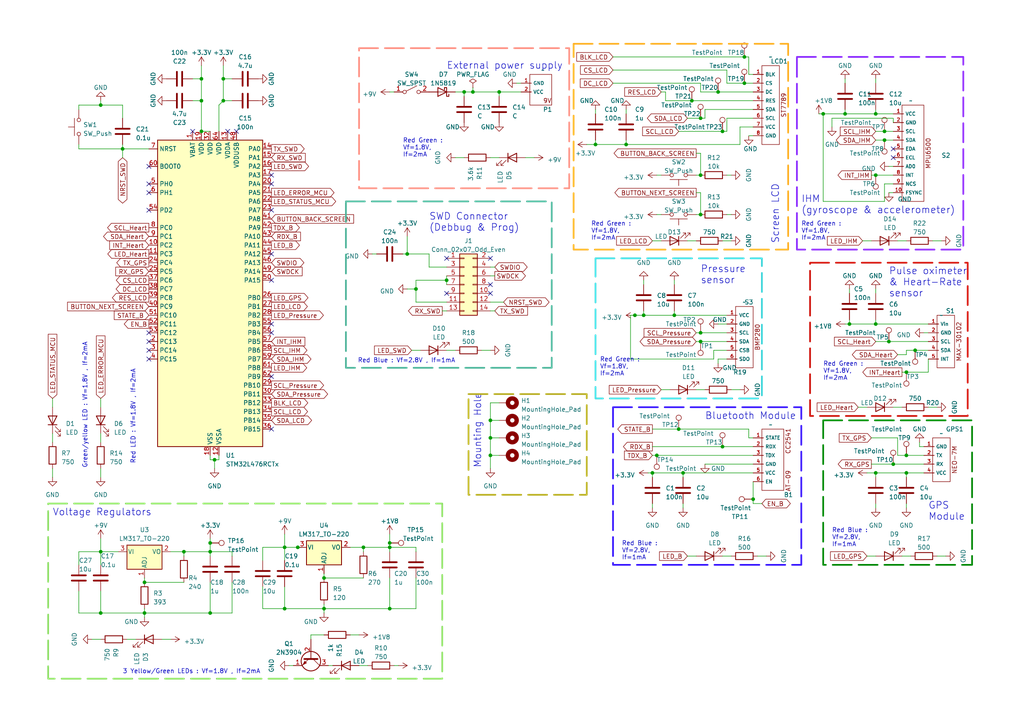
<source format=kicad_sch>
(kicad_sch (version 20230121) (generator eeschema)
  (paper "A4")
  (title_block (title "Embedded System Project") (date "2025-02-12") (rev "V1") (company "University of Oulu") (comment 1 "Mayane Guillon") (comment 2 "Lucas Chapart") (comment 3 "Mathéo Morin"))
  (lib_symbols
    (symbol "Connector:TestPoint" (pin_numbers hide) (pin_names (offset 0.762) hide)
      (property "Reference" "TP" (at 0 6.858 0))
      (property "Value" "TestPoint" (at 0 5.08 0))
      (symbol "TestPoint_1_1"
        (pin passive line (at 0 0 90) (length 2.54) (name "1") (number "1"))
      )
    )
    (symbol "Connector_Generic:Conn_02x07_Odd_Even" (pin_names (offset 1.016) hide)
      (property "Reference" "J" (at 1.27 10.16 0))
      (property "Value" "Conn_02x07_Odd_Even" (at 1.27 -10.16 0))
      (symbol "Conn_02x07_Odd_Even_1_1"
        (pin passive line (at -5.08 7.62 0) (length 3.81) (name "Pin_1") (number "1"))
        (pin passive line (at 7.62 -2.54 180) (length 3.81) (name "Pin_10") (number "10"))
        (pin passive line (at -5.08 -5.08 0) (length 3.81) (name "Pin_11") (number "11"))
        (pin passive line (at 7.62 -5.08 180) (length 3.81) (name "Pin_12") (number "12"))
        (pin passive line (at -5.08 -7.62 0) (length 3.81) (name "Pin_13") (number "13"))
        (pin passive line (at 7.62 -7.62 180) (length 3.81) (name "Pin_14") (number "14"))
        (pin passive line (at 7.62 7.62 180) (length 3.81) (name "Pin_2") (number "2"))
        (pin passive line (at -5.08 5.08 0) (length 3.81) (name "Pin_3") (number "3"))
        (pin passive line (at 7.62 5.08 180) (length 3.81) (name "Pin_4") (number "4"))
        (pin passive line (at -5.08 2.54 0) (length 3.81) (name "Pin_5") (number "5"))
        (pin passive line (at 7.62 2.54 180) (length 3.81) (name "Pin_6") (number "6"))
        (pin passive line (at -5.08 0 0) (length 3.81) (name "Pin_7") (number "7"))
        (pin passive line (at 7.62 0 180) (length 3.81) (name "Pin_8") (number "8"))
        (pin passive line (at -5.08 -2.54 0) (length 3.81) (name "Pin_9") (number "9"))
      )
    )
    (symbol "Device:C" (pin_numbers hide) (pin_names (offset 0.254))
      (property "Reference" "C" (at 0.635 2.54 0))
      (property "Value" "C" (at 0.635 -2.54 0))
      (symbol "C_1_1"
        (pin passive line (at 0 3.81 270) (length 2.794) (name "~") (number "1"))
        (pin passive line (at 0 -3.81 90) (length 2.794) (name "~") (number "2"))
      )
    )
    (symbol "Device:LED" (pin_numbers hide) (pin_names (offset 1.016) hide)
      (property "Reference" "D" (at 0 2.54 0))
      (property "Value" "LED" (at 0 -2.54 0))
      (symbol "LED_1_1"
        (pin passive line (at -3.81 0 0) (length 2.54) (name "K") (number "1"))
        (pin passive line (at 3.81 0 180) (length 2.54) (name "A") (number "2"))
      )
    )
    (symbol "Device:R" (pin_numbers hide) (pin_names (offset 0))
      (property "Reference" "R" (at 2.032 0 90))
      (property "Value" "R" (at 0 0 90))
      (symbol "R_1_1"
        (pin passive line (at 0 3.81 270) (length 1.27) (name "~") (number "1"))
        (pin passive line (at 0 -3.81 90) (length 1.27) (name "~") (number "2"))
      )
    )
    (symbol "Diode:1N5819" (pin_numbers hide) (pin_names (offset 1.016) hide)
      (property "Reference" "D" (at 0 2.54 0))
      (property "Value" "1N5819" (at 0 -2.54 0))
      (symbol "1N5819_1_1"
        (pin passive line (at -3.81 0 0) (length 2.54) (name "K") (number "1"))
        (pin passive line (at 3.81 0 180) (length 2.54) (name "A") (number "2"))
      )
    )
    (symbol "MCU_ST_STM32L4:STM32L476RCTx"
      (property "Reference" "U" (at -15.24 46.99 0))
      (property "Value" "STM32L476RCTx" (at 10.16 46.99 0))
      (symbol "STM32L476RCTx_1_1"
        (pin power_in line (at -5.08 48.26 270) (length 2.54) (name "VBAT") (number "1"))
        (pin bidirectional line (at -17.78 15.24 0) (length 2.54) (name "PC2") (number "10"))
        (pin bidirectional line (at -17.78 12.7 0) (length 2.54) (name "PC3") (number "11"))
        (pin power_in line (at 2.54 -45.72 90) (length 2.54) (name "VSSA") (number "12"))
        (pin power_in line (at 5.08 48.26 270) (length 2.54) (name "VDDA") (number "13"))
        (pin bidirectional line (at 17.78 43.18 180) (length 2.54) (name "PA0") (number "14"))
        (pin bidirectional line (at 17.78 40.64 180) (length 2.54) (name "PA1") (number "15"))
        (pin bidirectional line (at 17.78 38.1 180) (length 2.54) (name "PA2") (number "16"))
        (pin bidirectional line (at 17.78 35.56 180) (length 2.54) (name "PA3") (number "17"))
        (pin power_in line (at 0 -45.72 90) (length 2.54) (name "VSS") (number "18"))
        (pin power_in line (at -2.54 48.26 270) (length 2.54) (name "VDD") (number "19"))
        (pin bidirectional line (at -17.78 -12.7 0) (length 2.54) (name "PC13") (number "2"))
        (pin bidirectional line (at 17.78 33.02 180) (length 2.54) (name "PA4") (number "20"))
        (pin bidirectional line (at 17.78 30.48 180) (length 2.54) (name "PA5") (number "21"))
        (pin bidirectional line (at 17.78 27.94 180) (length 2.54) (name "PA6") (number "22"))
        (pin bidirectional line (at 17.78 25.4 180) (length 2.54) (name "PA7") (number "23"))
        (pin bidirectional line (at -17.78 10.16 0) (length 2.54) (name "PC4") (number "24"))
        (pin bidirectional line (at -17.78 7.62 0) (length 2.54) (name "PC5") (number "25"))
        (pin bidirectional line (at 17.78 0 180) (length 2.54) (name "PB0") (number "26"))
        (pin bidirectional line (at 17.78 -2.54 180) (length 2.54) (name "PB1") (number "27"))
        (pin bidirectional line (at 17.78 -5.08 180) (length 2.54) (name "PB2") (number "28"))
        (pin bidirectional line (at 17.78 -25.4 180) (length 2.54) (name "PB10") (number "29"))
        (pin bidirectional line (at -17.78 -15.24 0) (length 2.54) (name "PC14") (number "3"))
        (pin bidirectional line (at 17.78 -27.94 180) (length 2.54) (name "PB11") (number "30"))
        (pin passive line (at 0 -45.72 90) (length 2.54) hide (name "VSS") (number "31"))
        (pin power_in line (at 0 48.26 270) (length 2.54) (name "VDD") (number "32"))
        (pin bidirectional line (at 17.78 -30.48 180) (length 2.54) (name "PB12") (number "33"))
        (pin bidirectional line (at 17.78 -33.02 180) (length 2.54) (name "PB13") (number "34"))
        (pin bidirectional line (at 17.78 -35.56 180) (length 2.54) (name "PB14") (number "35"))
        (pin bidirectional line (at 17.78 -38.1 180) (length 2.54) (name "PB15") (number "36"))
        (pin bidirectional line (at -17.78 5.08 0) (length 2.54) (name "PC6") (number "37"))
        (pin bidirectional line (at -17.78 2.54 0) (length 2.54) (name "PC7") (number "38"))
        (pin bidirectional line (at -17.78 0 0) (length 2.54) (name "PC8") (number "39"))
        (pin bidirectional line (at -17.78 -17.78 0) (length 2.54) (name "PC15") (number "4"))
        (pin bidirectional line (at -17.78 -2.54 0) (length 2.54) (name "PC9") (number "40"))
        (pin bidirectional line (at 17.78 22.86 180) (length 2.54) (name "PA8") (number "41"))
        (pin bidirectional line (at 17.78 20.32 180) (length 2.54) (name "PA9") (number "42"))
        (pin bidirectional line (at 17.78 17.78 180) (length 2.54) (name "PA10") (number "43"))
        (pin bidirectional line (at 17.78 15.24 180) (length 2.54) (name "PA11") (number "44"))
        (pin bidirectional line (at 17.78 12.7 180) (length 2.54) (name "PA12") (number "45"))
        (pin bidirectional line (at 17.78 10.16 180) (length 2.54) (name "PA13") (number "46"))
        (pin passive line (at 0 -45.72 90) (length 2.54) hide (name "VSS") (number "47"))
        (pin power_in line (at 7.62 48.26 270) (length 2.54) (name "VDDUSB") (number "48"))
        (pin bidirectional line (at 17.78 7.62 180) (length 2.54) (name "PA14") (number "49"))
        (pin bidirectional line (at -17.78 33.02 0) (length 2.54) (name "PH0") (number "5"))
        (pin bidirectional line (at 17.78 5.08 180) (length 2.54) (name "PA15") (number "50"))
        (pin bidirectional line (at -17.78 -5.08 0) (length 2.54) (name "PC10") (number "51"))
        (pin bidirectional line (at -17.78 -7.62 0) (length 2.54) (name "PC11") (number "52"))
        (pin bidirectional line (at -17.78 -10.16 0) (length 2.54) (name "PC12") (number "53"))
        (pin bidirectional line (at -17.78 25.4 0) (length 2.54) (name "PD2") (number "54"))
        (pin bidirectional line (at 17.78 -7.62 180) (length 2.54) (name "PB3") (number "55"))
        (pin bidirectional line (at 17.78 -10.16 180) (length 2.54) (name "PB4") (number "56"))
        (pin bidirectional line (at 17.78 -12.7 180) (length 2.54) (name "PB5") (number "57"))
        (pin bidirectional line (at 17.78 -15.24 180) (length 2.54) (name "PB6") (number "58"))
        (pin bidirectional line (at 17.78 -17.78 180) (length 2.54) (name "PB7") (number "59"))
        (pin bidirectional line (at -17.78 30.48 0) (length 2.54) (name "PH1") (number "6"))
        (pin input line (at -17.78 38.1 0) (length 2.54) (name "BOOT0") (number "60"))
        (pin bidirectional line (at 17.78 -20.32 180) (length 2.54) (name "PB8") (number "61"))
        (pin bidirectional line (at 17.78 -22.86 180) (length 2.54) (name "PB9") (number "62"))
        (pin passive line (at 0 -45.72 90) (length 2.54) hide (name "VSS") (number "63"))
        (pin power_in line (at 2.54 48.26 270) (length 2.54) (name "VDD") (number "64"))
        (pin input line (at -17.78 43.18 0) (length 2.54) (name "NRST") (number "7"))
        (pin bidirectional line (at -17.78 20.32 0) (length 2.54) (name "PC0") (number "8"))
        (pin bidirectional line (at -17.78 17.78 0) (length 2.54) (name "PC1") (number "9"))
      )
    )
    (symbol "Mayane_librairie:Bluetooth"
      (property "Reference" "B" (at 0 0 0))
      (symbol "Bluetooth_0_1"
        (text "AT-09     CC2541" (at 5.08 -10.16 900) (effects (font (size 1.27 1.27))))
      )
      (symbol "Bluetooth_1_1"
        (pin input line (at -5.08 -3.81 0) (length 3) (name "STATE") (number "1"))
        (pin bidirectional line (at -5.08 -6.35 0) (length 3) (name "RDX") (number "2"))
        (pin bidirectional line (at -5.08 -8.89 0) (length 3) (name "TDX") (number "3"))
        (pin power_out line (at -5.08 -11.43 0) (length 3) (name "GND") (number "4"))
        (pin bidirectional line (at -5.08 -13.97 0) (length 3) (name "VCC") (number "5"))
        (pin bidirectional line (at -5.08 -16.51 0) (length 3) (name "EN") (number "6"))
      )
    )
    (symbol "Mayane_librairie:External_supply"
      (property "Reference" "P" (at 0 0 0))
      (symbol "External_supply_0_1"
        (text "9V" (at 1.27 -8.89 0) (effects (font (size 1.27 1.27))))
      )
      (symbol "External_supply_1_1"
        (pin power_out line (at -6.35 -3.81 0) (length 3) (name "GND") (number "1"))
        (pin bidirectional line (at -6.35 -6.35 0) (length 3) (name "VCC") (number "2"))
      )
    )
    (symbol "Mayane_librairie:GPS"
      (property "Reference" "GPS" (at 0 0 0))
      (symbol "GPS_0_1"
        (text "NEO-7M" (at 3.81 -7.62 900) (effects (font (size 1.27 1.27))))
      )
      (symbol "GPS_1_1"
        (pin power_out line (at -5.08 -3.81 0) (length 3) (name "GND") (number "1"))
        (pin bidirectional line (at -5.08 -6.35 0) (length 3) (name "TX") (number "2"))
        (pin bidirectional line (at -5.08 -8.89 0) (length 3) (name "RX") (number "3"))
        (pin tri_state line (at -5.08 -11.43 0) (length 3) (name "VCC") (number "4"))
      )
    )
    (symbol "Mayane_librairie:Heart_sensor"
      (property "Reference" "S" (at 1.27 1.27 0))
      (symbol "Heart_sensor_0_1"
        (text "MAX-30102" (at 5.08 -7.62 900) (effects (font (size 1.27 1.27))))
      )
      (symbol "Heart_sensor_1_1"
        (pin power_in line (at -3.81 -2.54 0) (length 3) (name "Vin") (number "1"))
        (pin power_out line (at -3.81 -5.08 0) (length 3) (name "GND") (number "2"))
        (pin input line (at -3.81 -7.62 0) (length 3) (name "SCL") (number "3"))
        (pin bidirectional line (at -3.81 -10.16 0) (length 3) (name "SDA") (number "4"))
        (pin bidirectional line (at -3.81 -12.7 0) (length 3) (name "INT") (number "5"))
      )
    )
    (symbol "Mayane_librairie:IHM_sensor"
      (property "Reference" "S" (at 0 0 0))
      (symbol "IHM_sensor_0_1"
        (text "MPU6500" (at 5.08 -15.24 900) (effects (font (size 1.27 1.27))))
      )
      (symbol "IHM_sensor_1_1"
        (pin bidirectional line (at -5.08 -3.81 0) (length 3) (name "VCC") (number "1"))
        (pin bidirectional line (at -5.08 -26.67 0) (length 3) (name "FSYNC") (number "10"))
        (pin power_out line (at -5.08 -6.35 0) (length 3) (name "GND") (number "2"))
        (pin input line (at -5.08 -8.89 0) (length 3) (name "SCL") (number "3"))
        (pin bidirectional line (at -5.08 -11.43 0) (length 3) (name "SDA") (number "4"))
        (pin bidirectional line (at -5.08 -13.97 0) (length 3) (name "EDA") (number "5"))
        (pin bidirectional line (at -5.08 -16.51 0) (length 3) (name "ECL") (number "6"))
        (pin bidirectional line (at -5.08 -19.05 0) (length 3) (name "AD0") (number "7"))
        (pin bidirectional line (at -5.08 -21.59 0) (length 3) (name "INT") (number "8"))
        (pin bidirectional line (at -5.08 -24.13 0) (length 3) (name "NCS") (number "9"))
      )
    )
    (symbol "Mayane_librairie:Pressure_sensor"
      (property "Reference" "S" (at 0 0 0))
      (symbol "Pressure_sensor_0_1"
        (text "BMP280" (at 3.81 -10.16 900) (effects (font (size 1.27 1.27))))
      )
      (symbol "Pressure_sensor_1_1"
        (pin bidirectional line (at -5.08 -3.81 0) (length 3) (name "VCC") (number "1"))
        (pin power_out line (at -5.08 -6.35 0) (length 3) (name "GND") (number "2"))
        (pin input line (at -5.08 -8.89 0) (length 3) (name "SCL") (number "3"))
        (pin bidirectional line (at -5.08 -11.43 0) (length 3) (name "SDA") (number "4"))
        (pin bidirectional line (at -5.08 -13.97 0) (length 3) (name "CSB") (number "5"))
        (pin bidirectional line (at -5.08 -16.51 0) (length 3) (name "SDO") (number "6"))
      )
    )
    (symbol "Mayane_librairie:Screen"
      (property "Reference" "LCD" (at 0 0 0))
      (symbol "Screen_0_1"
        (text "ST7789" (at 3.81 -13.97 900) (effects (font (size 1.27 1.27))))
      )
      (symbol "Screen_1_1"
        (pin bidirectional line (at -5.08 -5.08 0) (length 3) (name "BLK") (number "1"))
        (pin bidirectional line (at -5.08 -7.62 0) (length 3) (name "CS") (number "2"))
        (pin bidirectional line (at -5.08 -10.16 0) (length 3) (name "DC") (number "3"))
        (pin bidirectional line (at -5.08 -12.7 0) (length 3) (name "RES") (number "4"))
        (pin bidirectional line (at -5.08 -15.24 0) (length 3) (name "SDA") (number "5"))
        (pin bidirectional line (at -5.08 -17.78 0) (length 3) (name "SCL") (number "6"))
        (pin bidirectional line (at -5.08 -20.32 0) (length 3) (name "VCC") (number "7"))
        (pin power_out line (at -5.08 -22.86 0) (length 3) (name "GND") (number "8"))
      )
    )
    (symbol "Mechanical:MountingHole_Pad" (pin_numbers hide) (pin_names (offset 1.016) hide)
      (property "Reference" "H" (at 0 6.35 0))
      (property "Value" "MountingHole_Pad" (at 0 4.445 0))
      (symbol "MountingHole_Pad_1_1"
        (pin input line (at 0 -2.54 90) (length 2.54) (name "1") (number "1"))
      )
    )
    (symbol "Regulator_Linear:LM317_TO-220" (pin_names (offset 0.254))
      (property "Reference" "U" (at -3.81 3.175 0))
      (property "Value" "LM317_TO-220" (at 0 3.175 0))
      (symbol "LM317_TO-220_1_1"
        (pin input line (at 0 -7.62 90) (length 2.54) (name "ADJ") (number "1"))
        (pin power_out line (at 7.62 0 180) (length 2.54) (name "VO") (number "2"))
        (pin power_in line (at -7.62 0 0) (length 2.54) (name "VI") (number "3"))
      )
    )
    (symbol "Switch:SW_Push" (pin_numbers hide) (pin_names (offset 1.016) hide)
      (property "Reference" "SW" (at 1.27 2.54 0))
      (property "Value" "SW_Push" (at 0 -1.524 0))
      (symbol "SW_Push_0_1"
        (pin passive line (at -5.08 0 0) (length 2.54) (name "1") (number "1"))
        (pin passive line (at 5.08 0 180) (length 2.54) (name "2") (number "2"))
      )
    )
    (symbol "Switch:SW_SPST" (pin_names (offset 0) hide)
      (property "Reference" "SW" (at 0 3.175 0))
      (property "Value" "SW_SPST" (at 0 -2.54 0))
      (symbol "SW_SPST_1_1"
        (pin passive line (at -5.08 0 0) (length 2.54) (name "A") (number "1"))
        (pin passive line (at 5.08 0 180) (length 2.54) (name "B") (number "2"))
      )
    )
    (symbol "Transistor_BJT:2N3904" (pin_names (offset 0) hide)
      (property "Reference" "Q" (at 5.08 1.905 0))
      (property "Value" "2N3904" (at 5.08 0 0))
      (symbol "2N3904_1_1"
        (pin passive line (at 2.54 -5.08 90) (length 2.54) (name "E") (number "1"))
        (pin passive line (at -5.08 0 0) (length 5.715) (name "B") (number "2"))
        (pin passive line (at 2.54 5.08 270) (length 2.54) (name "C") (number "3"))
      )
    )
    (symbol "power:+1V8" (power) (pin_names (offset 0))
      (property "Value" "+1V8" (at 0 3.556 0))
      (symbol "+1V8_1_1"
        (pin power_in line (at 0 0 90) (length 0) hide (name "+1V8") (number "1"))
      )
    )
    (symbol "power:+3.3V" (power) (pin_names (offset 0))
      (property "Value" "+3.3V" (at 0 3.556 0))
      (symbol "+3.3V_1_1"
        (pin power_in line (at 0 0 90) (length 0) hide (name "+3.3V") (number "1"))
      )
    )
    (symbol "power:+9V" (power) (pin_names (offset 0))
      (property "Value" "+9V" (at 0 3.556 0))
      (symbol "+9V_1_1"
        (pin power_in line (at 0 0 90) (length 0) hide (name "+9V") (number "1"))
      )
    )
    (symbol "power:GND" (power) (pin_names (offset 0))
      (property "Value" "GND" (at 0 -3.81 0))
      (symbol "GND_1_1"
        (pin power_in line (at 0 0 270) (length 0) hide (name "GND") (number "1"))
      )
    )
    (symbol "power:PWR_FLAG" (power) (pin_numbers hide) (pin_names (offset 0) hide)
      (property "Value" "PWR_FLAG" (at 0 3.81 0))
      (symbol "PWR_FLAG_0_0"
        (pin power_out line (at 0 0 90) (length 0) (name "pwr") (number "1"))
      )
    )
  )
  (junction (at 60.96 157.48))
  (junction (at 198.12 137.16))
  (junction (at 254 93.98))
  (junction (at 203.2 34.29))
  (junction (at 64.77 29.21))
  (junction (at 262.89 137.16))
  (junction (at 218.44 144.78))
  (junction (at 254 137.16))
  (junction (at 246.38 93.98))
  (junction (at 181.61 41.91))
  (junction (at 93.98 176.53))
  (junction (at 257.81 99.06))
  (junction (at 144.78 26.67))
  (junction (at 142.24 132.08))
  (junction (at 64.77 22.86))
  (junction (at 196.85 124.46))
  (junction (at 93.98 167.64))
  (junction (at 215.9 24.13))
  (junction (at 256.54 40.64))
  (junction (at 82.55 158.75))
  (junction (at 200.66 29.21))
  (junction (at 62.23 133.35))
  (junction (at 203.2 62.23))
  (junction (at 58.42 22.86))
  (junction (at 172.72 41.91))
  (junction (at 113.03 176.53))
  (junction (at 254 33.02))
  (junction (at 203.2 96.52))
  (junction (at 262.89 107.95))
  (junction (at 41.91 168.91))
  (junction (at 29.21 177.8))
  (junction (at 53.34 160.02))
  (junction (at 137.16 26.67))
  (junction (at 58.42 38.1))
  (junction (at 29.21 160.02))
  (junction (at 254 50.8))
  (junction (at 265.43 101.6))
  (junction (at 60.96 160.02))
  (junction (at 203.2 50.8))
  (junction (at 120.65 83.82))
  (junction (at 245.11 33.02))
  (junction (at 105.41 158.75))
  (junction (at 118.11 73.66))
  (junction (at 186.69 91.44))
  (junction (at 134.62 26.67))
  (junction (at 262.89 132.08))
  (junction (at 29.21 30.48))
  (junction (at 129.54 81.28))
  (junction (at 113.03 157.48))
  (junction (at 190.5 132.08))
  (junction (at 41.91 177.8))
  (junction (at 60.96 177.8))
  (junction (at 142.24 127))
  (junction (at 184.15 91.44))
  (junction (at 209.55 38.1))
  (junction (at 189.23 137.16))
  (junction (at 142.24 121.92))
  (junction (at 238.76 33.02))
  (junction (at 86.36 158.75))
  (junction (at 259.08 134.62))
  (junction (at 209.55 129.54))
  (junction (at 58.42 29.21))
  (junction (at 113.03 158.75))
  (junction (at 82.55 176.53))
  (junction (at 208.28 26.67))
  (junction (at 256.54 38.1))
  (junction (at 195.58 91.44))
  (junction (at 215.9 16.51))
  (junction (at 203.2 99.06))
  (junction (at 35.56 43.18))
  (no_connect (at 66.04 38.1))
  (no_connect (at 78.74 124.46))
  (no_connect (at 129.54 74.93))
  (no_connect (at 43.18 60.96))
  (no_connect (at 142.24 82.55))
  (no_connect (at 78.74 50.8))
  (no_connect (at 78.74 60.96))
  (no_connect (at 129.54 85.09))
  (no_connect (at 142.24 85.09))
  (no_connect (at 142.24 74.93))
  (no_connect (at 78.74 109.22))
  (no_connect (at 43.18 55.88))
  (no_connect (at 78.74 81.28))
  (no_connect (at 55.88 38.1))
  (no_connect (at 43.18 96.52))
  (no_connect (at 78.74 96.52))
  (no_connect (at 259.08 43.18))
  (no_connect (at 43.18 48.26))
  (no_connect (at 78.74 53.34))
  (no_connect (at 78.74 93.98))
  (no_connect (at 43.18 104.14))
  (no_connect (at 43.18 101.6))
  (no_connect (at 43.18 53.34))
  (no_connect (at 68.58 38.1))
  (no_connect (at 78.74 73.66))
  (no_connect (at 43.18 99.06))
  (no_connect (at 259.08 45.72))
  (wire (pts (xy 252.73 50.8) (xy 254 50.8)))
  (wire (pts (xy 241.3 36.83) (xy 241.3 34.29)))
  (wire (pts (xy 262.89 132.08) (xy 267.97 132.08)))
  (wire (pts (xy 118.11 68.58) (xy 118.11 73.66)))
  (wire (pts (xy 58.42 29.21) (xy 58.42 22.86)))
  (wire (pts (xy 217.17 21.59) (xy 218.44 21.59)))
  (wire (pts (xy 204.47 34.29) (xy 204.47 31.75)))
  (wire (pts (xy 95.25 193.04) (xy 96.52 193.04)))
  (wire (pts (xy 22.86 43.18) (xy 22.86 41.91)))
  (wire (pts (xy 215.9 24.13) (xy 218.44 24.13)))
  (wire (pts (xy 259.08 34.29) (xy 259.08 35.56)))
  (wire (pts (xy 245.11 33.02) (xy 254 33.02)))
  (wire (pts (xy 195.58 81.28) (xy 195.58 82.55)))
  (wire (pts (xy 143.51 90.17) (xy 142.24 90.17)))
  (wire (pts (xy 262.89 137.16) (xy 267.97 137.16)))
  (wire (pts (xy 55.88 22.86) (xy 58.42 22.86)))
  (wire (pts (xy 214.63 36.83) (xy 218.44 36.83)))
  (wire (pts (xy 269.24 99.06) (xy 257.81 99.06)))
  (wire (pts (xy 132.08 26.67) (xy 134.62 26.67)))
  (wire (pts (xy 119.38 101.6) (xy 121.92 101.6)))
  (wire (pts (xy 120.65 160.02) (xy 120.65 158.75)))
  (wire (pts (xy 142.24 132.08) (xy 142.24 135.89)))
  (wire (pts (xy 60.96 160.02) (xy 60.96 161.29)))
  (wire (pts (xy 189.23 147.32) (xy 189.23 146.05)))
  (wire (pts (xy 200.66 29.21) (xy 218.44 29.21)))
  (wire (pts (xy 63.5 38.1) (xy 63.5 30.48)))
  (wire (pts (xy 265.43 101.6) (xy 269.24 101.6)))
  (wire (pts (xy 199.39 34.29) (xy 203.2 34.29)))
  (wire (pts (xy 105.41 158.75) (xy 113.03 158.75)))
  (wire (pts (xy 58.42 38.1) (xy 60.96 38.1)))
  (wire (pts (xy 113.03 176.53) (xy 113.03 167.64)))
  (wire (pts (xy 129.54 81.28) (xy 129.54 82.55)))
  (wire (pts (xy 238.76 58.42) (xy 256.54 58.42)))
  (wire (pts (xy 246.38 83.82) (xy 246.38 85.09)))
  (wire (pts (xy 106.68 193.04) (xy 104.14 193.04)))
  (wire (pts (xy 29.21 115.57) (xy 29.21 118.11)))
  (wire (pts (xy 29.21 160.02) (xy 29.21 163.83)))
  (wire (pts (xy 248.92 118.11) (xy 251.46 118.11)))
  (wire (pts (xy 203.2 99.06) (xy 210.82 99.06)))
  (wire (pts (xy 217.17 124.46) (xy 217.17 127)))
  (wire (pts (xy 203.2 96.52) (xy 210.82 96.52)))
  (wire (pts (xy 186.69 91.44) (xy 195.58 91.44)))
  (wire (pts (xy 113.03 157.48) (xy 113.03 154.94)))
  (wire (pts (xy 107.95 73.66) (xy 109.22 73.66)))
  (wire (pts (xy 189.23 137.16) (xy 198.12 137.16)))
  (wire (pts (xy 209.55 161.29) (xy 212.09 161.29)))
  (wire (pts (xy 62.23 133.35) (xy 63.5 133.35)))
  (wire (pts (xy 49.53 185.42) (xy 46.99 185.42)))
  (wire (pts (xy 134.62 27.94) (xy 134.62 26.67)))
  (wire (pts (xy 181.61 41.91) (xy 214.63 41.91)))
  (wire (pts (xy 251.46 161.29) (xy 254 161.29)))
  (wire (pts (xy 41.91 177.8) (xy 60.96 177.8)))
  (wire (pts (xy 217.17 39.37) (xy 218.44 39.37)))
  (wire (pts (xy 22.86 171.45) (xy 22.86 177.8)))
  (wire (pts (xy 266.7 128.27) (xy 266.7 129.54)))
  (wire (pts (xy 134.62 26.67) (xy 137.16 26.67)))
  (wire (pts (xy 67.31 29.21) (xy 64.77 29.21)))
  (wire (pts (xy 120.65 83.82) (xy 118.11 83.82)))
  (wire (pts (xy 177.8 24.13) (xy 203.2 24.13)))
  (wire (pts (xy 256.54 53.34) (xy 259.08 53.34)))
  (wire (pts (xy 67.31 160.02) (xy 60.96 160.02)))
  (wire (pts (xy 190.5 62.23) (xy 191.77 62.23)))
  (wire (pts (xy 201.93 62.23) (xy 203.2 62.23)))
  (wire (pts (xy 142.24 87.63) (xy 146.05 87.63)))
  (wire (pts (xy 93.98 184.15) (xy 90.17 184.15)))
  (wire (pts (xy 58.42 19.05) (xy 58.42 22.86)))
  (wire (pts (xy 15.24 115.57) (xy 15.24 118.11)))
  (wire (pts (xy 29.21 160.02) (xy 22.86 160.02)))
  (wire (pts (xy 217.17 16.51) (xy 217.17 21.59)))
  (wire (pts (xy 64.77 22.86) (xy 64.77 29.21)))
  (wire (pts (xy 199.39 161.29) (xy 201.93 161.29)))
  (wire (pts (xy 29.21 185.42) (xy 26.67 185.42)))
  (wire (pts (xy 177.8 20.32) (xy 210.82 20.32)))
  (wire (pts (xy 189.23 138.43) (xy 189.23 137.16)))
  (wire (pts (xy 259.08 118.11) (xy 261.62 118.11)))
  (wire (pts (xy 195.58 91.44) (xy 210.82 91.44)))
  (wire (pts (xy 35.56 34.29) (xy 35.56 30.48)))
  (wire (pts (xy 256.54 38.1) (xy 259.08 38.1)))
  (wire (pts (xy 22.86 160.02) (xy 22.86 163.83)))
  (wire (pts (xy 241.3 34.29) (xy 259.08 34.29)))
  (wire (pts (xy 182.88 91.44) (xy 184.15 91.44)))
  (wire (pts (xy 254 33.02) (xy 259.08 33.02)))
  (wire (pts (xy 29.21 177.8) (xy 41.91 177.8)))
  (wire (pts (xy 245.11 22.86) (xy 245.11 24.13)))
  (wire (pts (xy 214.63 41.91) (xy 214.63 36.83)))
  (wire (pts (xy 116.84 73.66) (xy 118.11 73.66)))
  (wire (pts (xy 218.44 146.05) (xy 218.44 144.78)))
  (wire (pts (xy 261.62 161.29) (xy 264.16 161.29)))
  (wire (pts (xy 260.35 102.87) (xy 262.89 102.87)))
  (wire (pts (xy 41.91 179.07) (xy 41.91 177.8)))
  (wire (pts (xy 15.24 125.73) (xy 15.24 128.27)))
  (wire (pts (xy 210.82 24.13) (xy 215.9 24.13)))
  (wire (pts (xy 262.89 138.43) (xy 262.89 137.16)))
  (wire (pts (xy 118.11 73.66) (xy 124.46 73.66)))
  (wire (pts (xy 143.51 80.01) (xy 142.24 80.01)))
  (wire (pts (xy 245.11 31.75) (xy 245.11 33.02)))
  (wire (pts (xy 76.2 170.18) (xy 76.2 176.53)))
  (wire (pts (xy 53.34 160.02) (xy 60.96 160.02)))
  (wire (pts (xy 254 93.98) (xy 269.24 93.98)))
  (wire (pts (xy 58.42 29.21) (xy 58.42 38.1)))
  (wire (pts (xy 187.96 137.16) (xy 189.23 137.16)))
  (wire (pts (xy 199.39 69.85) (xy 201.93 69.85)))
  (wire (pts (xy 207.01 104.14) (xy 207.01 101.6)))
  (wire (pts (xy 208.28 105.41) (xy 208.28 104.14)))
  (wire (pts (xy 254 40.64) (xy 256.54 40.64)))
  (wire (pts (xy 267.97 96.52) (xy 269.24 96.52)))
  (wire (pts (xy 260.35 127) (xy 260.35 132.08)))
  (wire (pts (xy 208.28 93.98) (xy 210.82 93.98)))
  (wire (pts (xy 198.12 137.16) (xy 218.44 137.16)))
  (wire (pts (xy 142.24 116.84) (xy 142.24 121.92)))
  (wire (pts (xy 201.93 44.45) (xy 203.2 44.45)))
  (wire (pts (xy 217.17 127) (xy 218.44 127)))
  (wire (pts (xy 212.09 113.03) (xy 214.63 113.03)))
  (wire (pts (xy 105.41 158.75) (xy 105.41 160.02)))
  (wire (pts (xy 120.65 176.53) (xy 120.65 167.64)))
  (wire (pts (xy 196.85 38.1) (xy 209.55 38.1)))
  (wire (pts (xy 189.23 129.54) (xy 209.55 129.54)))
  (wire (pts (xy 144.78 26.67) (xy 144.78 27.94)))
  (wire (pts (xy 142.24 121.92) (xy 142.24 127)))
  (wire (pts (xy 181.61 41.91) (xy 172.72 41.91)))
  (wire (pts (xy 251.46 137.16) (xy 254 137.16)))
  (wire (pts (xy 15.24 135.89) (xy 15.24 138.43)))
  (wire (pts (xy 64.77 22.86) (xy 67.31 22.86)))
  (wire (pts (xy 245.11 93.98) (xy 246.38 93.98)))
  (wire (pts (xy 254 137.16) (xy 262.89 137.16)))
  (wire (pts (xy 181.61 31.75) (xy 181.61 33.02)))
  (wire (pts (xy 190.5 50.8) (xy 191.77 50.8)))
  (wire (pts (xy 60.96 132.08) (xy 60.96 133.35)))
  (wire (pts (xy 29.21 156.21) (xy 29.21 160.02)))
  (wire (pts (xy 181.61 40.64) (xy 181.61 41.91)))
  (wire (pts (xy 254 92.71) (xy 254 93.98)))
  (wire (pts (xy 82.55 176.53) (xy 93.98 176.53)))
  (wire (pts (xy 256.54 58.42) (xy 256.54 53.34)))
  (wire (pts (xy 29.21 29.21) (xy 29.21 30.48)))
  (wire (pts (xy 53.34 160.02) (xy 53.34 161.29)))
  (wire (pts (xy 49.53 160.02) (xy 53.34 160.02)))
  (wire (pts (xy 43.18 43.18) (xy 35.56 43.18)))
  (wire (pts (xy 246.38 92.71) (xy 246.38 93.98)))
  (wire (pts (xy 201.93 96.52) (xy 203.2 96.52)))
  (wire (pts (xy 198.12 147.32) (xy 198.12 146.05)))
  (wire (pts (xy 35.56 30.48) (xy 29.21 30.48)))
  (wire (pts (xy 170.18 41.91) (xy 172.72 41.91)))
  (wire (pts (xy 62.23 133.35) (xy 62.23 135.89)))
  (wire (pts (xy 250.19 69.85) (xy 252.73 69.85)))
  (wire (pts (xy 177.8 16.51) (xy 215.9 16.51)))
  (wire (pts (xy 64.77 19.05) (xy 64.77 22.86)))
  (wire (pts (xy 60.96 177.8) (xy 67.31 177.8)))
  (wire (pts (xy 270.51 69.85) (xy 273.05 69.85)))
  (wire (pts (xy 210.82 50.8) (xy 212.09 50.8)))
  (wire (pts (xy 82.55 170.18) (xy 82.55 176.53)))
  (wire (pts (xy 128.27 90.17) (xy 129.54 90.17)))
  (wire (pts (xy 22.86 177.8) (xy 29.21 177.8)))
  (wire (pts (xy 220.98 146.05) (xy 218.44 146.05)))
  (wire (pts (xy 82.55 158.75) (xy 82.55 162.56)))
  (wire (pts (xy 254 22.86) (xy 254 24.13)))
  (wire (pts (xy 41.91 168.91) (xy 53.34 168.91)))
  (wire (pts (xy 60.96 160.02) (xy 60.96 157.48)))
  (wire (pts (xy 203.2 34.29) (xy 204.47 34.29)))
  (wire (pts (xy 58.42 29.21) (xy 55.88 29.21)))
  (wire (pts (xy 256.54 40.64) (xy 259.08 40.64)))
  (wire (pts (xy 76.2 158.75) (xy 76.2 162.56)))
  (wire (pts (xy 120.65 83.82) (xy 120.65 81.28)))
  (wire (pts (xy 182.88 104.14) (xy 182.88 91.44)))
  (wire (pts (xy 266.7 129.54) (xy 267.97 129.54)))
  (wire (pts (xy 113.03 26.67) (xy 114.3 26.67)))
  (wire (pts (xy 39.37 185.42) (xy 36.83 185.42)))
  (wire (pts (xy 201.93 99.06) (xy 203.2 99.06)))
  (wire (pts (xy 189.23 69.85) (xy 191.77 69.85)))
  (wire (pts (xy 257.81 48.26) (xy 259.08 48.26)))
  (wire (pts (xy 257.81 55.88) (xy 259.08 55.88)))
  (wire (pts (xy 139.7 101.6) (xy 142.24 101.6)))
  (wire (pts (xy 29.21 30.48) (xy 22.86 30.48)))
  (wire (pts (xy 218.44 144.78) (xy 218.44 139.7)))
  (wire (pts (xy 29.21 171.45) (xy 29.21 177.8)))
  (wire (pts (xy 195.58 91.44) (xy 195.58 90.17)))
  (wire (pts (xy 186.69 90.17) (xy 186.69 91.44)))
  (wire (pts (xy 262.89 147.32) (xy 262.89 146.05)))
  (wire (pts (xy 142.24 121.92) (xy 144.78 121.92)))
  (wire (pts (xy 203.2 44.45) (xy 203.2 50.8)))
  (wire (pts (xy 252.73 127) (xy 260.35 127)))
  (wire (pts (xy 257.81 99.06) (xy 254 99.06)))
  (wire (pts (xy 172.72 40.64) (xy 172.72 41.91)))
  (wire (pts (xy 238.76 33.02) (xy 245.11 33.02)))
  (wire (pts (xy 60.96 133.35) (xy 62.23 133.35)))
  (wire (pts (xy 215.9 16.51) (xy 217.17 16.51)))
  (wire (pts (xy 191.77 26.67) (xy 193.04 26.67)))
  (wire (pts (xy 269.24 118.11) (xy 271.78 118.11)))
  (wire (pts (xy 60.96 157.48) (xy 60.96 156.21)))
  (wire (pts (xy 137.16 25.4) (xy 137.16 26.67)))
  (wire (pts (xy 144.78 116.84) (xy 142.24 116.84)))
  (wire (pts (xy 219.71 161.29) (xy 222.25 161.29)))
  (wire (pts (xy 208.28 104.14) (xy 210.82 104.14)))
  (wire (pts (xy 120.65 87.63) (xy 120.65 83.82)))
  (wire (pts (xy 207.01 101.6) (xy 210.82 101.6)))
  (wire (pts (xy 41.91 176.53) (xy 41.91 177.8)))
  (wire (pts (xy 259.08 134.62) (xy 267.97 134.62)))
  (wire (pts (xy 63.5 133.35) (xy 63.5 132.08)))
  (wire (pts (xy 67.31 177.8) (xy 67.31 168.91)))
  (wire (pts (xy 34.29 160.02) (xy 29.21 160.02)))
  (wire (pts (xy 154.94 45.72) (xy 152.4 45.72)))
  (wire (pts (xy 189.23 132.08) (xy 190.5 132.08)))
  (wire (pts (xy 210.82 62.23) (xy 212.09 62.23)))
  (wire (pts (xy 82.55 154.94) (xy 82.55 158.75)))
  (wire (pts (xy 201.93 50.8) (xy 203.2 50.8)))
  (wire (pts (xy 190.5 132.08) (xy 218.44 132.08)))
  (wire (pts (xy 262.89 101.6) (xy 265.43 101.6)))
  (wire (pts (xy 260.35 69.85) (xy 262.89 69.85)))
  (wire (pts (xy 262.89 102.87) (xy 262.89 101.6)))
  (wire (pts (xy 76.2 176.53) (xy 82.55 176.53)))
  (wire (pts (xy 105.41 167.64) (xy 93.98 167.64)))
  (wire (pts (xy 76.2 158.75) (xy 82.55 158.75)))
  (wire (pts (xy 129.54 87.63) (xy 120.65 87.63)))
  (wire (pts (xy 254 38.1) (xy 256.54 38.1)))
  (wire (pts (xy 129.54 101.6) (xy 132.08 101.6)))
  (wire (pts (xy 22.86 30.48) (xy 22.86 31.75)))
  (wire (pts (xy 83.82 193.04) (xy 85.09 193.04)))
  (wire (pts (xy 254 50.8) (xy 259.08 50.8)))
  (wire (pts (xy 203.2 24.13) (xy 203.2 26.67)))
  (wire (pts (xy 101.6 184.15) (xy 104.14 184.15)))
  (wire (pts (xy 271.78 161.29) (xy 274.32 161.29)))
  (wire (pts (xy 29.21 125.73) (xy 29.21 128.27)))
  (wire (pts (xy 238.76 33.02) (xy 238.76 58.42)))
  (wire (pts (xy 124.46 73.66) (xy 124.46 77.47)))
  (wire (pts (xy 113.03 158.75) (xy 113.03 160.02)))
  (wire (pts (xy 129.54 80.01) (xy 129.54 81.28)))
  (wire (pts (xy 144.78 26.67) (xy 151.13 26.67)))
  (wire (pts (xy 93.98 166.37) (xy 93.98 167.64)))
  (wire (pts (xy 60.96 177.8) (xy 60.96 168.91)))
  (wire (pts (xy 142.24 132.08) (xy 144.78 132.08)))
  (wire (pts (xy 137.16 26.67) (xy 144.78 26.67)))
  (wire (pts (xy 208.28 26.67) (xy 218.44 26.67)))
  (wire (pts (xy 193.04 26.67) (xy 193.04 29.21)))
  (wire (pts (xy 203.2 55.88) (xy 203.2 62.23)))
  (wire (pts (xy 210.82 38.1) (xy 210.82 34.29)))
  (wire (pts (xy 134.62 45.72) (xy 132.08 45.72)))
  (wire (pts (xy 101.6 158.75) (xy 105.41 158.75)))
  (wire (pts (xy 246.38 93.98) (xy 254 93.98)))
  (wire (pts (xy 124.46 77.47) (xy 129.54 77.47)))
  (wire (pts (xy 143.51 77.47) (xy 142.24 77.47)))
  (wire (pts (xy 86.36 158.75) (xy 82.55 158.75)))
  (wire (pts (xy 41.91 167.64) (xy 41.91 168.91)))
  (wire (pts (xy 254 138.43) (xy 254 137.16)))
  (wire (pts (xy 210.82 20.32) (xy 210.82 24.13)))
  (wire (pts (xy 210.82 34.29) (xy 218.44 34.29)))
  (wire (pts (xy 189.23 124.46) (xy 196.85 124.46)))
  (wire (pts (xy 209.55 69.85) (xy 212.09 69.85)))
  (wire (pts (xy 93.98 175.26) (xy 93.98 176.53)))
  (wire (pts (xy 254 83.82) (xy 254 85.09)))
  (wire (pts (xy 201.93 113.03) (xy 204.47 113.03)))
  (wire (pts (xy 260.35 132.08) (xy 262.89 132.08)))
  (wire (pts (xy 198.12 138.43) (xy 198.12 137.16)))
  (wire (pts (xy 209.55 38.1) (xy 210.82 38.1)))
  (wire (pts (xy 29.21 135.89) (xy 29.21 138.43)))
  (wire (pts (xy 182.88 104.14) (xy 207.01 104.14)))
  (wire (pts (xy 142.24 127) (xy 144.78 127)))
  (wire (pts (xy 114.3 193.04) (xy 115.57 193.04)))
  (wire (pts (xy 196.85 124.46) (xy 217.17 124.46)))
  (wire (pts (xy 184.15 91.44) (xy 186.69 91.44)))
  (wire (pts (xy 63.5 30.48) (xy 64.77 29.21)))
  (wire (pts (xy 269.24 107.95) (xy 262.89 107.95)))
  (wire (pts (xy 204.47 31.75) (xy 218.44 31.75)))
  (wire (pts (xy 201.93 55.88) (xy 203.2 55.88)))
  (wire (pts (xy 93.98 177.8) (xy 93.98 176.53)))
  (wire (pts (xy 269.24 104.14) (xy 269.24 107.95)))
  (wire (pts (xy 113.03 176.53) (xy 120.65 176.53)))
  (wire (pts (xy 193.04 29.21) (xy 200.66 29.21)))
  (wire (pts (xy 90.17 184.15) (xy 90.17 185.42)))
  (wire (pts (xy 35.56 43.18) (xy 22.86 43.18)))
  (wire (pts (xy 149.86 24.13) (xy 151.13 24.13)))
  (wire (pts (xy 35.56 43.18) (xy 35.56 45.72)))
  (wire (pts (xy 142.24 127) (xy 142.24 132.08)))
  (wire (pts (xy 144.78 45.72) (xy 142.24 45.72)))
  (wire (pts (xy 252.73 134.62) (xy 259.08 134.62)))
  (wire (pts (xy 120.65 81.28) (xy 129.54 81.28)))
  (wire (pts (xy 113.03 158.75) (xy 113.03 157.48)))
  (wire (pts (xy 93.98 176.53) (xy 113.03 176.53)))
  (wire (pts (xy 204.47 134.62) (xy 218.44 134.62)))
  (wire (pts (xy 87.63 158.75) (xy 86.36 158.75)))
  (wire (pts (xy 186.69 81.28) (xy 186.69 82.55)))
  (wire (pts (xy 172.72 31.75) (xy 172.72 33.02)))
  (wire (pts (xy 254 31.75) (xy 254 33.02)))
  (wire (pts (xy 191.77 113.03) (xy 194.31 113.03)))
  (wire (pts (xy 120.65 158.75) (xy 113.03 158.75)))
  (wire (pts (xy 237.49 33.02) (xy 238.76 33.02)))
  (wire (pts (xy 67.31 161.29) (xy 67.31 160.02)))
  (wire (pts (xy 35.56 41.91) (xy 35.56 43.18)))
  (wire (pts (xy 254 147.32) (xy 254 146.05)))
  (wire (pts (xy 261.62 107.95) (xy 262.89 107.95)))
  (wire (pts (xy 203.2 26.67) (xy 208.28 26.67)))
  (wire (pts (xy 209.55 129.54) (xy 218.44 129.54)))
  (rectangle (start 104.14 13.97) (end 165.1 54.61) (stroke (width 0.5) (type dash) (color 255 144 131 1)))
  (rectangle (start 166.37 12.7) (end 228.6 72.39) (stroke (width 0.5) (type dash) (color 255 174 32 1)))
  (rectangle (start 100.33 58.42) (end 160.02 106.68) (stroke (width 0.5) (type dash) (color 76 180 153 1)))
  (rectangle (start 238.76 121.92) (end 281.94 163.83) (stroke (width 0.5) (type dash) (color 0 135 4 1)))
  (rectangle (start 231.14 16.51) (end 279.4 72.39) (stroke (width 0.5) (type dash) (color 139 42 255 1)))
  (rectangle (start 135.89 114.3) (end 170.18 143.51) (stroke (width 0.5) (type dash) (color 184 175 34 1)))
  (rectangle (start 234.95 76.2) (end 280.67 120.65) (stroke (width 0.5) (type dash) (color 208 19 11 1)))
  (rectangle (start 13.97 146.05) (end 128.27 196.85) (stroke (width 0.5) (type dash) (color 141 222 101 1)))
  (rectangle (start 172.72 74.93) (end 220.98 115.57) (stroke (width 0.5) (type dash) (color 60 214 219 1)))
  (rectangle (start 177.8 118.11) (end 232.41 163.83) (stroke (width 0.5) (type dash) (color 54 20 255 1)))
  (text "Pressure \nsensor" (at 203.2 82.55 0) (effects (font (size 2 2)) (justify left bottom)))
  (text "Screen LCD" (at 226.06 53.34 90) (effects (font (size 2 2)) (justify right bottom)))
  (text "Red Green : \nVf=1.8V, \nIf=2mA" (at 238.76 110.49 0) (effects (font (size 1.27 1.27)) (justify left bottom)))
  (text "Red LED : Vf=1.8V , If=2mA" (at 39.37 134.62 90) (effects (font (size 1.27 1.27)) (justify left bottom)))
  (text "Red Green : \nVf=1.8V, \nIf=2mA" (at 116.84 45.72 0) (effects (font (size 1.27 1.27)) (justify left bottom)))
  (text "SWD Connector\n(Debbug & Prog)" (at 124.46 67.31 0) (effects (font (size 2 2)) (justify left bottom)))
  (text "Red Green : \nVf=1.8V, \nIf=2mA" (at 173.99 109.22 0) (effects (font (size 1.27 1.27)) (justify left bottom)))
  (text "Mounting Hole" (at 139.7 135.89 90) (effects (font (size 2 2)) (justify left bottom)))
  (text "Red Green : \nVf=1.8V, \nIf=2mA" (at 171.45 69.85 0) (effects (font (size 1.27 1.27)) (justify left bottom)))
  (text "Red Blue : \nVf=2.8V, \nIf=1mA" (at 241.3 158.75 0) (effects (font (size 1.27 1.27)) (justify left bottom)))
  (text "Red Blue : Vf=2.8V , If=1mA" (at 132.08 105.41 0) (effects (font (size 1.27 1.27)) (justify right bottom)))
  (text "Red Blue : \nVf=2.8V, \nIf=1mA" (at 180.34 162.56 0) (effects (font (size 1.27 1.27)) (justify left bottom)))
  (text "GPS \nModule" (at 269.24 151.13 0) (effects (font (size 2 2)) (justify left bottom)))
  (text "3 Yellow/Green LEDs : Vf=1.8V , If=2mA" (at 35.56 195.58 0) (effects (font (size 1.27 1.27)) (justify left bottom)))
  (text "Pulse oximeter \n& Heart-Rate \nsensor" (at 257.81 86.36 0) (effects (font (size 2 2)) (justify left bottom)))
  (text "Green/yellow LED : Vf=1.8V , If=2mA" (at 25.4 135.89 90) (effects (font (size 1.27 1.27)) (justify left bottom)))
  (text "External power supply" (at 129.54 20.32 0) (effects (font (size 2 2)) (justify left bottom)))
  (text "Bluetooth Module" (at 204.47 121.92 0) (effects (font (size 2 2)) (justify left bottom)))
  (text "Red Green : \nVf=1.8V, \nIf=2mA" (at 232.41 69.85 0) (effects (font (size 1.27 1.27)) (justify left bottom)))
  (text "Voltage Regulators" (at 15.24 149.86 0) (effects (font (size 2 2)) (justify left bottom)))
  (text "IHM\n(gyroscope & accelerometer)" (at 232.41 62.23 0) (effects (font (size 2 2)) (justify left bottom)))
  (global_label "SWDCK" (shape output) (at 143.51 80.01 0) (property "Intersheetrefs" "${INTERSHEET_REFS}" (effects hide)))
  (global_label "SCL_LCD" (shape input) (at 196.85 38.1 180) (property "Intersheetrefs" "${INTERSHEET_REFS}" (effects hide)))
  (global_label "SCL_Pressure" (shape input) (at 201.93 96.52 180) (property "Intersheetrefs" "${INTERSHEET_REFS}" (effects hide)))
  (global_label "LED_STATUS_MCU" (shape output) (at 78.74 58.42 0) (property "Intersheetrefs" "${INTERSHEET_REFS}" (effects hide)))
  (global_label "SCL_IHM" (shape input) (at 254 38.1 180) (property "Intersheetrefs" "${INTERSHEET_REFS}" (effects hide)))
  (global_label "SCL_Heart" (shape input) (at 254 99.06 180) (property "Intersheetrefs" "${INTERSHEET_REFS}" (effects hide)))
  (global_label "EN_B" (shape bidirectional) (at 220.98 146.05 0) (property "Intersheetrefs" "${INTERSHEET_REFS}" (effects hide)))
  (global_label "LED_Pressure" (shape output) (at 78.74 91.44 0) (property "Intersheetrefs" "${INTERSHEET_REFS}" (effects hide)))
  (global_label "LED_Heart" (shape output) (at 43.18 73.66 180) (property "Intersheetrefs" "${INTERSHEET_REFS}" (effects hide)))
  (global_label "LED_GPS" (shape input) (at 251.46 161.29 180) (property "Intersheetrefs" "${INTERSHEET_REFS}" (effects hide)))
  (global_label "TX_GPS" (shape input) (at 252.73 127 180) (property "Intersheetrefs" "${INTERSHEET_REFS}" (effects hide)))
  (global_label "LED_B" (shape input) (at 199.39 161.29 180) (property "Intersheetrefs" "${INTERSHEET_REFS}" (effects hide)))
  (global_label "RX_GPS" (shape output) (at 252.73 134.62 180) (property "Intersheetrefs" "${INTERSHEET_REFS}" (effects hide)))
  (global_label "BLK_LCD" (shape output) (at 78.74 116.84 0) (property "Intersheetrefs" "${INTERSHEET_REFS}" (effects hide)))
  (global_label "BUTTON_NEXT_SCREEN" (shape output) (at 201.93 55.88 180) (property "Intersheetrefs" "${INTERSHEET_REFS}" (effects hide)))
  (global_label "NRST_SWD" (shape bidirectional) (at 146.05 87.63 0) (property "Intersheetrefs" "${INTERSHEET_REFS}" (effects hide)))
  (global_label "SCL_Pressure" (shape output) (at 78.74 111.76 0) (property "Intersheetrefs" "${INTERSHEET_REFS}" (effects hide)))
  (global_label "LED_STATUS_MCU" (shape input) (at 15.24 115.57 90) (property "Intersheetrefs" "${INTERSHEET_REFS}" (effects hide)))
  (global_label "INT_Heart" (shape input) (at 43.18 71.12 180) (property "Intersheetrefs" "${INTERSHEET_REFS}" (effects hide)))
  (global_label "DC_LCD" (shape output) (at 43.18 83.82 180) (property "Intersheetrefs" "${INTERSHEET_REFS}" (effects hide)))
  (global_label "RX_GPS" (shape input) (at 43.18 78.74 180) (property "Intersheetrefs" "${INTERSHEET_REFS}" (effects hide)))
  (global_label "LED_IHM" (shape output) (at 78.74 106.68 0) (property "Intersheetrefs" "${INTERSHEET_REFS}" (effects hide)))
  (global_label "BUTTON_NEXT_SCREEN" (shape input) (at 43.18 88.9 180) (property "Intersheetrefs" "${INTERSHEET_REFS}" (effects hide)))
  (global_label "TX_SWD" (shape input) (at 143.51 90.17 0) (property "Intersheetrefs" "${INTERSHEET_REFS}" (effects hide)))
  (global_label "CS_LCD" (shape output) (at 43.18 81.28 180) (property "Intersheetrefs" "${INTERSHEET_REFS}" (effects hide)))
  (global_label "LED_LCD" (shape input) (at 189.23 69.85 180) (property "Intersheetrefs" "${INTERSHEET_REFS}" (effects hide)))
  (global_label "RES_LCD" (shape output) (at 43.18 86.36 180) (property "Intersheetrefs" "${INTERSHEET_REFS}" (effects hide)))
  (global_label "SDA_Heart" (shape bidirectional) (at 43.18 68.58 180) (property "Intersheetrefs" "${INTERSHEET_REFS}" (effects hide)))
  (global_label "TDX_B" (shape output) (at 78.74 66.04 0) (property "Intersheetrefs" "${INTERSHEET_REFS}" (effects hide)))
  (global_label "RDX_B" (shape input) (at 78.74 68.58 0) (property "Intersheetrefs" "${INTERSHEET_REFS}" (effects hide)))
  (global_label "INT_IHM" (shape output) (at 252.73 50.8 180) (property "Intersheetrefs" "${INTERSHEET_REFS}" (effects hide)))
  (global_label "TX_SWD" (shape output) (at 78.74 43.18 0) (property "Intersheetrefs" "${INTERSHEET_REFS}" (effects hide)))
  (global_label "LED_LCD" (shape output) (at 78.74 88.9 0) (property "Intersheetrefs" "${INTERSHEET_REFS}" (effects hide)))
  (global_label "SDA_Pressure" (shape bidirectional) (at 201.93 99.06 180) (property "Intersheetrefs" "${INTERSHEET_REFS}" (effects hide)))
  (global_label "BLK_LCD" (shape input) (at 177.8 16.51 180) (property "Intersheetrefs" "${INTERSHEET_REFS}" (effects hide)))
  (global_label "RX_SWD" (shape input) (at 78.74 45.72 0) (property "Intersheetrefs" "${INTERSHEET_REFS}" (effects hide)))
  (global_label "INT_Heart" (shape output) (at 261.62 107.95 180) (property "Intersheetrefs" "${INTERSHEET_REFS}" (effects hide)))
  (global_label "SWDIO" (shape bidirectional) (at 143.51 77.47 0) (property "Intersheetrefs" "${INTERSHEET_REFS}" (effects hide)))
  (global_label "RES_LCD" (shape input) (at 191.77 26.67 180) (property "Intersheetrefs" "${INTERSHEET_REFS}" (effects hide)))
  (global_label "SWDCK" (shape input) (at 78.74 78.74 0) (property "Intersheetrefs" "${INTERSHEET_REFS}" (effects hide)))
  (global_label "LED_Pressure" (shape input) (at 191.77 113.03 180) (property "Intersheetrefs" "${INTERSHEET_REFS}" (effects hide)))
  (global_label "LED_Heart" (shape input) (at 248.92 118.11 180) (property "Intersheetrefs" "${INTERSHEET_REFS}" (effects hide)))
  (global_label "SDA_Heart" (shape bidirectional) (at 260.35 102.87 180) (property "Intersheetrefs" "${INTERSHEET_REFS}" (effects hide)))
  (global_label "STATE_B" (shape output) (at 189.23 124.46 180) (property "Intersheetrefs" "${INTERSHEET_REFS}" (effects hide)))
  (global_label "BUTTON_BACK_SCREEN" (shape input) (at 78.74 63.5 0) (property "Intersheetrefs" "${INTERSHEET_REFS}" (effects hide)))
  (global_label "TX_GPS" (shape output) (at 43.18 76.2 180) (property "Intersheetrefs" "${INTERSHEET_REFS}" (effects hide)))
  (global_label "SDA_LCD" (shape bidirectional) (at 78.74 121.92 0) (property "Intersheetrefs" "${INTERSHEET_REFS}" (effects hide)))
  (global_label "NRST_SWD" (shape bidirectional) (at 35.56 45.72 270) (property "Intersheetrefs" "${INTERSHEET_REFS}" (effects hide)))
  (global_label "SDA_IHM" (shape bidirectional) (at 254 40.64 180) (property "Intersheetrefs" "${INTERSHEET_REFS}" (effects hide)))
  (global_label "SDA_LCD" (shape bidirectional) (at 199.39 34.29 180) (property "Intersheetrefs" "${INTERSHEET_REFS}" (effects hide)))
  (global_label "RX_SWD" (shape output) (at 128.27 90.17 180) (property "Intersheetrefs" "${INTERSHEET_REFS}" (effects hide)))
  (global_label "SCL_Heart" (shape output) (at 43.18 66.04 180) (property "Intersheetrefs" "${INTERSHEET_REFS}" (effects hide)))
  (global_label "SCL_LCD" (shape output) (at 78.74 119.38 0) (property "Intersheetrefs" "${INTERSHEET_REFS}" (effects hide)))
  (global_label "TDX_B" (shape input) (at 189.23 132.08 180) (property "Intersheetrefs" "${INTERSHEET_REFS}" (effects hide)))
  (global_label "LED_B" (shape output) (at 78.74 71.12 0) (property "Intersheetrefs" "${INTERSHEET_REFS}" (effects hide)))
  (global_label "CS_LCD" (shape input) (at 177.8 20.32 180) (property "Intersheetrefs" "${INTERSHEET_REFS}" (effects hide)))
  (global_label "LED_ERROR_MCU" (shape input) (at 29.21 115.57 90) (property "Intersheetrefs" "${INTERSHEET_REFS}" (effects hide)))
  (global_label "SDA_Pressure" (shape bidirectional) (at 78.74 114.3 0) (property "Intersheetrefs" "${INTERSHEET_REFS}" (effects hide)))
  (global_label "DC_LCD" (shape input) (at 177.8 24.13 180) (property "Intersheetrefs" "${INTERSHEET_REFS}" (effects hide)))
  (global_label "LED_IHM" (shape input) (at 250.19 69.85 180) (property "Intersheetrefs" "${INTERSHEET_REFS}" (effects hide)))
  (global_label "SWDIO" (shape bidirectional) (at 78.74 76.2 0) (property "Intersheetrefs" "${INTERSHEET_REFS}" (effects hide)))
  (global_label "INT_IHM" (shape input) (at 78.74 99.06 0) (property "Intersheetrefs" "${INTERSHEET_REFS}" (effects hide)))
  (global_label "STATE_B" (shape input) (at 43.18 91.44 180) (property "Intersheetrefs" "${INTERSHEET_REFS}" (effects hide)))
  (global_label "LED_SWD" (shape output) (at 78.74 48.26 0) (property "Intersheetrefs" "${INTERSHEET_REFS}" (effects hide)))
  (global_label "SDA_IHM" (shape bidirectional) (at 78.74 104.14 0) (property "Intersheetrefs" "${INTERSHEET_REFS}" (effects hide)))
  (global_label "LED_ERROR_MCU" (shape output) (at 78.74 55.88 0) (property "Intersheetrefs" "${INTERSHEET_REFS}" (effects hide)))
  (global_label "LED_GPS" (shape output) (at 78.74 86.36 0) (property "Intersheetrefs" "${INTERSHEET_REFS}" (effects hide)))
  (global_label "RDX_B" (shape output) (at 189.23 129.54 180) (property "Intersheetrefs" "${INTERSHEET_REFS}" (effects hide)))
  (global_label "EN_B" (shape output) (at 43.18 93.98 180) (property "Intersheetrefs" "${INTERSHEET_REFS}" (effects hide)))
  (global_label "LED_SWD" (shape input) (at 119.38 101.6 180) (property "Intersheetrefs" "${INTERSHEET_REFS}" (effects hide)))
  (global_label "SCL_IHM" (shape output) (at 78.74 101.6 0) (property "Intersheetrefs" "${INTERSHEET_REFS}" (effects hide)))
  (global_label "BUTTON_BACK_SCREEN" (shape output) (at 201.93 44.45 180) (property "Intersheetrefs" "${INTERSHEET_REFS}" (effects hide)))
  (symbol (lib_id "Connector:TestPoint") (at 196.85 124.46 0) (unit 1)
    (property "Reference" "TP12" (at 196.85 123.19 0) (effects (justify right)))
    (property "Value" "TestPoint" (at 194.31 120.65 0) (effects (justify right)))
    (property "Footprint" "TestPoint:TestPoint_Pad_D2.0mm" (effects hide))
  )
  (symbol (lib_id "power:GND") (at 212.09 50.8 90) (unit 1)
    (property "Reference" "#PWR057" (effects hide))
    (property "Value" "GND" (at 217.17 50.8 0))
  )
  (symbol (lib_id "power:GND") (at 29.21 29.21 180) (unit 1)
    (property "Reference" "#PWR038" (effects hide))
    (property "Value" "GND" (at 29.21 25.4 0))
  )
  (symbol (lib_id "Mayane_librairie:Screen") (at 223.52 16.51 0) (unit 1)
    (property "Reference" "LCD1" (at 223.52 17.78 0) (effects (justify left)))
    (property "Value" "~" (at 223.52 16.51 0))
    (property "Footprint" "Mayane_librairie:LCD" (effects hide))
  )
  (symbol (lib_id "Device:C") (at 35.56 38.1 0) (unit 1)
    (property "Reference" "C21" (at 39.37 37.465 0) (effects (justify left)))
    (property "Value" "0.1u" (at 39.37 40.005 0) (effects (justify left)))
    (property "Footprint" "Capacitor_SMD:C_0805_2012Metric" (effects hide))
  )
  (symbol (lib_id "Connector:TestPoint") (at 209.55 129.54 0) (unit 1)
    (property "Reference" "TP13" (at 209.55 128.27 0) (effects (justify right)))
    (property "Value" "TestPoint" (at 207.01 125.73 0) (effects (justify right)))
    (property "Footprint" "TestPoint:TestPoint_Pad_D2.0mm" (effects hide))
  )
  (symbol (lib_id "power:GND") (at 149.86 24.13 270) (unit 1)
    (property "Reference" "#PWR025" (effects hide))
    (property "Value" "GND" (at 149.86 21.59 90) (effects (justify right)))
  )
  (symbol (lib_id "Connector:TestPoint") (at 262.89 132.08 0) (unit 1)
    (property "Reference" "TP9" (at 264.16 127 0) (effects (justify right)))
    (property "Value" "TestPoint" (at 261.62 124.46 0) (effects (justify right)))
    (property "Footprint" "TestPoint:TestPoint_Pad_D2.0mm" (effects hide))
  )
  (symbol (lib_id "Connector:TestPoint") (at 262.89 107.95 180) (unit 1)
    (property "Reference" "TP3" (at 262.89 109.22 0) (effects (justify right)))
    (property "Value" "TestPoint" (at 252.73 111.76 0) (effects (justify right)))
    (property "Footprint" "TestPoint:TestPoint_Pad_D2.0mm" (effects hide))
  )
  (symbol (lib_id "Transistor_BJT:2N3904") (at 90.17 190.5 270) (unit 1)
    (property "Reference" "Q1" (at 83.82 186.69 90))
    (property "Value" "2N3904" (at 83.82 189.23 90))
    (property "Footprint" "Package_TO_SOT_THT:TO-92_Inline" (effects hide))
    (property "Datasheet" "https://www.onsemi.com/pub/Collateral/2N3903-D.PDF" (effects hide))
  )
  (symbol (lib_id "Device:R") (at 41.91 172.72 0) (unit 1)
    (property "Reference" "R3" (at 44.45 172.085 0) (effects (justify left)))
    (property "Value" "393" (at 44.45 174.625 0) (effects (justify left)))
    (property "Footprint" "Resistor_SMD:R_0805_2012Metric" (effects hide))
  )
  (symbol (lib_id "Device:C") (at 71.12 22.86 270) (unit 1)
    (property "Reference" "C16" (at 71.12 16.51 90))
    (property "Value" "4.7u" (at 71.12 19.05 90))
    (property "Footprint" "Capacitor_SMD:C_0805_2012Metric" (effects hide))
  )
  (symbol (lib_id "power:GND") (at 254 147.32 0) (unit 1)
    (property "Reference" "#PWR07" (effects hide))
    (property "Value" "GND" (at 254 152.4 0))
  )
  (symbol (lib_id "power:GND") (at 15.24 138.43 0) (unit 1)
    (property "Reference" "#PWR044" (effects hide))
    (property "Value" "GND" (at 15.24 143.51 0))
  )
  (symbol (lib_id "power:GND") (at 26.67 185.42 270) (unit 1)
    (property "Reference" "#PWR047" (effects hide))
    (property "Value" "GND" (at 21.59 185.42 0))
  )
  (symbol (lib_id "Device:R") (at 29.21 132.08 0) (unit 1)
    (property "Reference" "R14" (at 31.75 131.445 0) (effects (justify left)))
    (property "Value" "750" (at 31.75 133.985 0) (effects (justify left)))
    (property "Footprint" "Resistor_SMD:R_0805_2012Metric" (effects hide))
  )
  (symbol (lib_id "power:GND") (at 132.08 45.72 270) (unit 1)
    (property "Reference" "#PWR051" (effects hide))
    (property "Value" "GND" (at 127 45.72 0))
  )
  (symbol (lib_id "power:GND") (at 241.3 36.83 0) (unit 1)
    (property "Reference" "#PWR024" (effects hide))
    (property "Value" "GND" (at 241.3 41.91 0))
  )
  (symbol (lib_id "power:+9V") (at 154.94 45.72 270) (unit 1)
    (property "Reference" "#PWR052" (effects hide))
    (property "Value" "+9V" (at 158.75 46.355 90) (effects (justify left)))
  )
  (symbol (lib_id "Device:C") (at 82.55 166.37 0) (unit 1)
    (property "Reference" "C19" (at 82.55 161.29 0) (effects (justify left)))
    (property "Value" "0.1u" (at 82.55 163.83 0) (effects (justify left)))
    (property "Footprint" "Capacitor_SMD:C_0805_2012Metric" (effects hide))
  )
  (symbol (lib_id "Device:R") (at 15.24 132.08 0) (unit 1)
    (property "Reference" "R7" (at 17.78 131.445 0) (effects (justify left)))
    (property "Value" "750" (at 17.78 133.985 0) (effects (justify left)))
    (property "Footprint" "Resistor_SMD:R_0805_2012Metric" (effects hide))
  )
  (symbol (lib_id "Mayane_librairie:Pressure_sensor") (at 215.9 87.63 0) (unit 1)
    (property "Reference" "S3" (at 215.9 87.63 0) (effects (justify left)))
    (property "Value" "~" (at 215.9 87.63 0))
    (property "Footprint" "Mayane_librairie:Pressure" (effects hide))
  )
  (symbol (lib_id "Device:LED") (at 100.33 193.04 0) (unit 1)
    (property "Reference" "D4" (at 104.14 189.23 0))
    (property "Value" "LED" (at 104.14 191.77 0))
    (property "Footprint" "LED_SMD:LED_0603_1608Metric" (effects hide))
  )
  (symbol (lib_id "power:GND") (at 214.63 113.03 90) (unit 1)
    (property "Reference" "#PWR068" (effects hide))
    (property "Value" "GND" (at 219.71 113.03 0))
  )
  (symbol (lib_id "Device:LED") (at 257.81 161.29 180) (unit 1)
    (property "Reference" "D9" (at 259.3975 154.94 0))
    (property "Value" "LED" (at 259.3975 157.48 0))
    (property "Footprint" "LED_SMD:LED_0603_1608Metric" (effects hide))
  )
  (symbol (lib_id "Device:LED") (at 198.12 113.03 180) (unit 1)
    (property "Reference" "D11" (at 199.7075 106.68 0))
    (property "Value" "LED" (at 199.7075 109.22 0))
    (property "Footprint" "LED_SMD:LED_0603_1608Metric" (effects hide))
  )
  (symbol (lib_id "power:GND") (at 222.25 161.29 90) (unit 1)
    (property "Reference" "#PWR065" (effects hide))
    (property "Value" "GND" (at 227.33 161.29 0))
  )
  (symbol (lib_id "power:GND") (at 254 83.82 180) (unit 1)
    (property "Reference" "#PWR012" (effects hide))
    (property "Value" "GND" (at 254 80.01 0))
  )
  (symbol (lib_id "Device:R") (at 208.28 113.03 90) (unit 1)
    (property "Reference" "R19" (at 214.63 107.95 90))
    (property "Value" "750" (at 208.28 110.49 90))
    (property "Footprint" "Resistor_SMD:R_0805_2012Metric" (effects hide))
  )
  (symbol (lib_id "Connector:TestPoint") (at 256.54 40.64 180) (unit 1)
    (property "Reference" "TP8" (at 252.73 43.18 0) (effects (justify right)))
    (property "Value" "TestPoint" (at 246.38 44.45 0) (effects (justify right)))
    (property "Footprint" "TestPoint:TestPoint_Pad_D2.0mm" (effects hide))
  )
  (symbol (lib_id "Device:LED") (at 29.21 121.92 90) (unit 1)
    (property "Reference" "D6" (at 33.02 122.8725 90) (effects (justify right)))
    (property "Value" "LED" (at 33.02 125.4125 90) (effects (justify right)))
    (property "Footprint" "LED_SMD:LED_0603_1608Metric" (effects hide))
  )
  (symbol (lib_id "Mayane_librairie:External_supply") (at 157.48 20.32 0) (unit 1)
    (property "Reference" "P1" (at 157.48 31.75 0) (effects (justify left)))
    (property "Value" "~" (at 157.48 20.32 0))
    (property "Footprint" "Mayane_librairie:Power" (effects hide))
  )
  (symbol (lib_id "power:GND") (at 48.26 22.86 270) (unit 1)
    (property "Reference" "#PWR039" (effects hide))
    (property "Value" "GND" (at 44.45 22.86 0))
  )
  (symbol (lib_id "Mechanical:MountingHole_Pad") (at 147.32 121.92 270) (unit 1)
    (property "Reference" "H2" (at 151.13 121.285 90) (effects (justify left)))
    (property "Value" "MountingHole_Pad" (at 151.13 123.825 90) (effects (justify left)))
    (property "Footprint" "MountingHole:MountingHole_2.7mm_Pad_Via" (effects hide))
  )
  (symbol (lib_id "Connector_Generic:Conn_02x07_Odd_Even") (at 134.62 82.55 0) (unit 1)
    (property "Reference" "J1" (at 135.89 69.85 0))
    (property "Value" "Conn_02x07_Odd_Even" (at 135.89 72.39 0))
    (property "Footprint" "Connector_PinHeader_1.27mm:PinHeader_2x07_P1.27mm_Vertical" (effects hide))
  )
  (symbol (lib_id "Device:C") (at 120.65 163.83 0) (unit 1)
    (property "Reference" "C30" (at 120.65 166.37 0) (effects (justify left)))
    (property "Value" "100n" (at 120.65 168.91 0) (effects (justify left)))
    (property "Footprint" "Capacitor_SMD:C_0805_2012Metric" (effects hide))
  )
  (symbol (lib_id "Connector:TestPoint") (at 60.96 157.48 270) (unit 1)
    (property "Reference" "TP16" (at 66.04 156.845 90) (effects (justify left)))
    (property "Value" "TestPoint" (at 66.04 159.385 90) (effects (justify left)))
    (property "Footprint" "TestPoint:TestPoint_Pad_D2.0mm" (effects hide))
  )
  (symbol (lib_id "Device:C") (at 186.69 86.36 180) (unit 1)
    (property "Reference" "C8" (at 190.5 85.725 0) (effects (justify right)))
    (property "Value" "10u" (at 190.5 88.265 0) (effects (justify right)))
    (property "Footprint" "Capacitor_SMD:C_0805_2012Metric" (effects hide))
  )
  (symbol (lib_id "Device:LED") (at 15.24 121.92 90) (unit 1)
    (property "Reference" "D1" (at 19.05 122.8725 90) (effects (justify right)))
    (property "Value" "LED" (at 19.05 125.4125 90) (effects (justify right)))
    (property "Footprint" "LED_SMD:LED_0603_1608Metric" (effects hide))
  )
  (symbol (lib_id "Device:C") (at 195.58 86.36 180) (unit 1)
    (property "Reference" "C7" (at 199.39 85.725 0) (effects (justify right)))
    (property "Value" "100n" (at 199.39 88.265 0) (effects (justify right)))
    (property "Footprint" "Capacitor_SMD:C_0805_2012Metric" (effects hide))
  )
  (symbol (lib_id "Connector:TestPoint") (at 265.43 101.6 180) (unit 1)
    (property "Reference" "TP4" (at 265.43 102.87 0) (effects (justify right)))
    (property "Value" "TestPoint" (at 255.27 105.41 0) (effects (justify right)))
    (property "Footprint" "TestPoint:TestPoint_Pad_D2.0mm" (effects hide))
  )
  (symbol (lib_id "Device:R") (at 205.74 69.85 90) (unit 1)
    (property "Reference" "R21" (at 210.82 68.58 90))
    (property "Value" "750" (at 205.74 67.31 90))
    (property "Footprint" "Resistor_SMD:R_0805_2012Metric" (effects hide))
  )
  (symbol (lib_id "power:GND") (at 186.69 81.28 180) (unit 1)
    (property "Reference" "#PWR015" (effects hide))
    (property "Value" "GND" (at 186.69 76.2 0))
  )
  (symbol (lib_id "power:GND") (at 74.93 29.21 90) (unit 1)
    (property "Reference" "#PWR029" (effects hide))
    (property "Value" "GND" (at 78.74 29.21 0))
  )
  (symbol (lib_id "power:GND") (at 274.32 161.29 90) (unit 1)
    (property "Reference" "#PWR066" (effects hide))
    (property "Value" "GND" (at 279.4 161.29 0))
  )
  (symbol (lib_id "power:GND") (at 172.72 31.75 180) (unit 1)
    (property "Reference" "#PWR020" (effects hide))
    (property "Value" "GND" (at 170.18 29.21 0))
  )
  (symbol (lib_id "Connector:TestPoint") (at 257.81 99.06 0) (unit 1)
    (property "Reference" "TP5" (at 257.81 97.79 0) (effects (justify right)))
    (property "Value" "TestPoint" (at 254 96.52 0) (effects (justify right)))
    (property "Footprint" "TestPoint:TestPoint_Pad_D2.0mm" (effects hide))
  )
  (symbol (lib_id "power:GND") (at 254 22.86 180) (unit 1)
    (property "Reference" "#PWR023" (effects hide))
    (property "Value" "GND" (at 254 19.05 0))
  )
  (symbol (lib_id "power:GND") (at 41.91 179.07 0) (unit 1)
    (property "Reference" "#PWR033" (effects hide))
    (property "Value" "GND" (at 38.1 180.34 0))
  )
  (symbol (lib_id "power:GND") (at 189.23 147.32 0) (unit 1)
    (property "Reference" "#PWR03" (effects hide))
    (property "Value" "GND" (at 189.23 152.4 0))
  )
  (symbol (lib_id "Device:LED") (at 256.54 69.85 180) (unit 1)
    (property "Reference" "D14" (at 258.1275 63.5 0))
    (property "Value" "LED" (at 258.1275 66.04 0))
    (property "Footprint" "LED_SMD:LED_0603_1608Metric" (effects hide))
  )
  (symbol (lib_id "Device:LED") (at 255.27 118.11 180) (unit 1)
    (property "Reference" "D12" (at 255.27 115.57 0))
    (property "Value" "LED" (at 251.46 116.84 0))
    (property "Footprint" "LED_SMD:LED_0603_1608Metric" (effects hide))
  )
  (symbol (lib_id "Connector:TestPoint") (at 215.9 24.13 0) (unit 1)
    (property "Reference" "TP19" (at 215.9 22.86 0) (effects (justify right)))
    (property "Value" "TestPoint" (at 214.63 19.05 0) (effects (justify right)))
    (property "Footprint" "TestPoint:TestPoint_Pad_D2.0mm" (effects hide))
  )
  (symbol (lib_id "power:GND") (at 212.09 69.85 90) (unit 1)
    (property "Reference" "#PWR070" (effects hide))
    (property "Value" "GND" (at 217.17 69.85 0))
  )
  (symbol (lib_id "Mechanical:MountingHole_Pad") (at 147.32 132.08 270) (unit 1)
    (property "Reference" "H4" (at 151.13 131.445 90) (effects (justify left)))
    (property "Value" "MountingHole_Pad" (at 151.13 133.985 90) (effects (justify left)))
    (property "Footprint" "MountingHole:MountingHole_2.7mm_Pad_Via" (effects hide))
  )
  (symbol (lib_id "Device:R") (at 33.02 185.42 270) (unit 1)
    (property "Reference" "R9" (at 33.655 187.96 0) (effects (justify left)))
    (property "Value" "750" (at 31.115 187.96 0) (effects (justify left)))
    (property "Footprint" "Resistor_SMD:R_0805_2012Metric" (effects hide))
  )
  (symbol (lib_id "power:GND") (at 204.47 134.62 0) (unit 1)
    (property "Reference" "#PWR01" (effects hide))
    (property "Value" "GND" (at 208.28 135.89 0))
  )
  (symbol (lib_id "power:GND") (at 62.23 135.89 0) (unit 1)
    (property "Reference" "#PWR042" (effects hide))
    (property "Value" "GND" (at 62.23 140.97 0))
  )
  (symbol (lib_id "Device:C") (at 262.89 142.24 0) (unit 1)
    (property "Reference" "C4" (at 266.7 141.605 0) (effects (justify left)))
    (property "Value" "10u" (at 266.7 144.145 0) (effects (justify left)))
    (property "Footprint" "Capacitor_SMD:C_0805_2012Metric" (effects hide))
  )
  (symbol (lib_id "Device:C") (at 29.21 167.64 0) (unit 1)
    (property "Reference" "C17" (at 29.21 161.29 0) (effects (justify left)))
    (property "Value" "0.1u" (at 29.21 163.83 0) (effects (justify left)))
    (property "Footprint" "Capacitor_SMD:C_0805_2012Metric" (effects hide))
  )
  (symbol (lib_id "power:+3.3V") (at 187.96 137.16 90) (unit 1)
    (property "Reference" "#PWR02" (effects hide))
    (property "Value" "+3.3V" (at 184.15 137.795 90) (effects (justify left)))
  )
  (symbol (lib_id "power:GND") (at 217.17 39.37 0) (unit 1)
    (property "Reference" "#PWR017" (effects hide))
    (property "Value" "GND" (at 219.71 43.18 0) (effects (justify right)))
  )
  (symbol (lib_id "power:GND") (at 107.95 73.66 270) (unit 1)
    (property "Reference" "#PWR062" (effects hide))
    (property "Value" "GND" (at 104.14 74.295 90) (effects (justify right)))
  )
  (symbol (lib_id "Connector:TestPoint") (at 208.28 26.67 0) (unit 1)
    (property "Reference" "TP20" (at 208.28 25.4 0) (effects (justify right)))
    (property "Value" "TestPoint" (at 207.01 22.86 0) (effects (justify right)))
    (property "Footprint" "TestPoint:TestPoint_Pad_D2.0mm" (effects hide))
  )
  (symbol (lib_id "Device:C") (at 254 142.24 0) (unit 1)
    (property "Reference" "C3" (at 257.81 141.605 0) (effects (justify left)))
    (property "Value" "100n" (at 257.81 144.145 0) (effects (justify left)))
    (property "Footprint" "Capacitor_SMD:C_0805_2012Metric" (effects hide))
  )
  (symbol (lib_id "Device:R") (at 266.7 69.85 90) (unit 1)
    (property "Reference" "R22" (at 266.7 64.77 90))
    (property "Value" "750" (at 266.7 67.31 90))
    (property "Footprint" "Resistor_SMD:R_0805_2012Metric" (effects hide))
  )
  (symbol (lib_id "power:+3.3V") (at 49.53 185.42 270) (unit 1)
    (property "Reference" "#PWR048" (effects hide))
    (property "Value" "+3.3V" (at 53.34 186.055 90) (effects (justify left)))
  )
  (symbol (lib_id "Device:R") (at 207.01 62.23 90) (unit 1)
    (property "Reference" "R13" (at 207.01 57.15 90))
    (property "Value" "10k" (at 207.01 59.69 90))
    (property "Footprint" "Resistor_SMD:R_0805_2012Metric" (effects hide))
  )
  (symbol (lib_id "Device:C") (at 52.07 22.86 90) (unit 1)
    (property "Reference" "C22" (at 52.07 17.78 90))
    (property "Value" "100n" (at 52.07 15.24 90))
    (property "Footprint" "Capacitor_SMD:C_0805_2012Metric" (effects hide))
  )
  (symbol (lib_id "Connector:TestPoint") (at 203.2 96.52 0) (unit 1)
    (property "Reference" "TP2" (at 198.12 92.71 0) (effects (justify left)))
    (property "Value" "TestPoint" (at 193.04 93.98 0) (effects (justify left)))
    (property "Footprint" "TestPoint:TestPoint_Pad_D2.0mm" (effects hide))
  )
  (symbol (lib_id "power:GND") (at 181.61 31.75 180) (unit 1)
    (property "Reference" "#PWR019" (effects hide))
    (property "Value" "GND" (at 179.07 29.21 0))
  )
  (symbol (lib_id "Device:C") (at 246.38 88.9 180) (unit 1)
    (property "Reference" "C5" (at 247.65 83.82 0) (effects (justify right)))
    (property "Value" "100n" (at 247.65 86.36 0) (effects (justify right)))
    (property "Footprint" "Capacitor_SMD:C_0805_2012Metric" (effects hide))
  )
  (symbol (lib_id "power:+1V8") (at 113.03 154.94 0) (unit 1)
    (property "Reference" "#PWR037" (effects hide))
    (property "Value" "+1V8" (at 113.03 151.13 0))
  )
  (symbol (lib_id "MCU_ST_STM32L4:STM32L476RCTx") (at 60.96 86.36 0) (unit 1)
    (property "Reference" "U1" (at 65.4559 132.08 0) (effects (justify left)))
    (property "Value" "STM32L476RCTx" (at 65.4559 134.62 0) (effects (justify left)))
    (property "Footprint" "Package_QFP:LQFP-64_10x10mm_P0.5mm" (effects hide))
    (property "Datasheet" "https://www.st.com/resource/en/datasheet/stm32l476rc.pdf" (effects hide))
  )
  (symbol (lib_id "Device:R") (at 110.49 193.04 270) (unit 1)
    (property "Reference" "R10" (at 110.49 187.96 90))
    (property "Value" "750" (at 110.49 190.5 90))
    (property "Footprint" "Resistor_SMD:R_0805_2012Metric" (effects hide))
  )
  (symbol (lib_id "power:GND") (at 83.82 193.04 270) (unit 1)
    (property "Reference" "#PWR049" (effects hide))
    (property "Value" "GND" (at 78.74 193.04 0))
  )
  (symbol (lib_id "power:GND") (at 144.78 35.56 0) (unit 1)
    (property "Reference" "#PWR028" (effects hide))
    (property "Value" "GND" (at 143.51 36.83 0) (effects (justify right)))
  )
  (symbol (lib_id "Device:C") (at 254 27.94 0) (unit 1)
    (property "Reference" "C12" (at 257.81 27.305 0) (effects (justify left)))
    (property "Value" "10u" (at 257.81 29.845 0) (effects (justify left)))
    (property "Footprint" "Capacitor_SMD:C_0805_2012Metric" (effects hide))
  )
  (symbol (lib_id "Device:C") (at 181.61 36.83 180) (unit 1)
    (property "Reference" "C9" (at 184.15 31.75 0) (effects (justify right)))
    (property "Value" "1u" (at 184.15 34.29 0) (effects (justify right)))
    (property "Footprint" "Capacitor_SMD:C_0805_2012Metric" (effects hide))
  )
  (symbol (lib_id "Connector:TestPoint") (at 215.9 16.51 0) (unit 1)
    (property "Reference" "TP18" (at 215.9 15.24 0) (effects (justify right)))
    (property "Value" "TestPoint" (at 209.55 15.24 0) (effects (justify right)))
    (property "Footprint" "TestPoint:TestPoint_Pad_D2.0mm" (effects hide))
  )
  (symbol (lib_id "Connector:TestPoint") (at 200.66 29.21 0) (unit 1)
    (property "Reference" "TP21" (at 200.66 27.94 0) (effects (justify right)))
    (property "Value" "TestPoint" (at 199.39 25.4 0) (effects (justify right)))
    (property "Footprint" "TestPoint:TestPoint_Pad_D2.0mm" (effects hide))
  )
  (symbol (lib_id "Device:LED") (at 43.18 185.42 0) (unit 1)
    (property "Reference" "D3" (at 42.2275 189.23 90) (effects (justify right)))
    (property "Value" "LED" (at 39.6875 189.23 90) (effects (justify right)))
    (property "Footprint" "LED_SMD:LED_0603_1608Metric" (effects hide))
  )
  (symbol (lib_id "Device:C") (at 254 88.9 0) (unit 1)
    (property "Reference" "C6" (at 257.81 88.265 0) (effects (justify left)))
    (property "Value" "10u" (at 257.81 90.805 0) (effects (justify left)))
    (property "Footprint" "Capacitor_SMD:C_0805_2012Metric" (effects hide))
  )
  (symbol (lib_id "Device:C") (at 134.62 31.75 0) (unit 1)
    (property "Reference" "C13" (at 138.43 31.115 0) (effects (justify left)))
    (property "Value" "C" (at 138.43 33.655 0) (effects (justify left)))
    (property "Footprint" "Capacitor_SMD:C_0805_2012Metric" (effects hide))
  )
  (symbol (lib_id "Mechanical:MountingHole_Pad") (at 147.32 116.84 270) (unit 1)
    (property "Reference" "H1" (at 151.13 116.205 90) (effects (justify left)))
    (property "Value" "MountingHole_Pad" (at 151.13 118.745 90) (effects (justify left)))
    (property "Footprint" "MountingHole:MountingHole_2.7mm_Pad_Via" (effects hide))
  )
  (symbol (lib_id "power:+3.3V") (at 190.5 62.23 90) (unit 1)
    (property "Reference" "#PWR058" (effects hide))
    (property "Value" "+3.3V" (at 186.69 62.865 90) (effects (justify left)))
  )
  (symbol (lib_id "Connector:TestPoint") (at 203.2 99.06 180) (unit 1)
    (property "Reference" "TP1" (at 203.2 100.33 0) (effects (justify right)))
    (property "Value" "TestPoint" (at 193.04 102.87 0) (effects (justify right)))
    (property "Footprint" "TestPoint:TestPoint_Pad_D2.0mm" (effects hide))
  )
  (symbol (lib_id "power:GND") (at 93.98 177.8 0) (unit 1)
    (property "Reference" "#PWR036" (effects hide))
    (property "Value" "GND" (at 90.17 180.34 0))
  )
  (symbol (lib_id "Device:C") (at 71.12 29.21 270) (unit 1)
    (property "Reference" "C15" (at 71.12 34.29 90))
    (property "Value" "100n" (at 71.12 36.83 90))
    (property "Footprint" "Capacitor_SMD:C_0805_2012Metric" (effects hide))
  )
  (symbol (lib_id "power:GND") (at 142.24 135.89 0) (unit 1)
    (property "Reference" "#PWR055" (effects hide))
    (property "Value" "GND" (at 142.24 140.97 0))
  )
  (symbol (lib_id "power:+1V8") (at 237.49 33.02 0) (unit 1)
    (property "Reference" "#PWR021" (effects hide))
    (property "Value" "+1V8" (at 236.22 29.21 0) (effects (justify left)))
  )
  (symbol (lib_id "Device:R") (at 215.9 161.29 90) (unit 1)
    (property "Reference" "R16" (at 215.9 156.21 90))
    (property "Value" "500" (at 215.9 158.75 90))
    (property "Footprint" "Resistor_SMD:R_0805_2012Metric" (effects hide))
  )
  (symbol (lib_id "Connector:TestPoint") (at 113.03 157.48 270) (unit 1)
    (property "Reference" "TP15" (at 118.11 153.67 90) (effects (justify left)))
    (property "Value" "TestPoint" (at 116.84 156.21 90) (effects (justify left)))
    (property "Footprint" "TestPoint:TestPoint_Pad_D2.0mm" (effects hide))
  )
  (symbol (lib_id "Device:R") (at 207.01 50.8 90) (unit 1)
    (property "Reference" "R12" (at 207.01 45.72 90))
    (property "Value" "10k" (at 207.01 48.26 90))
    (property "Footprint" "Resistor_SMD:R_0805_2012Metric" (effects hide))
  )
  (symbol (lib_id "power:+1V8") (at 245.11 93.98 90) (unit 1)
    (property "Reference" "#PWR010" (effects hide))
    (property "Value" "+1V8" (at 241.3 94.615 90) (effects (justify left)))
  )
  (symbol (lib_id "power:GND") (at 208.28 93.98 270) (unit 1)
    (property "Reference" "#PWR016" (effects hide))
    (property "Value" "GND" (at 210.82 92.71 90) (effects (justify right)))
  )
  (symbol (lib_id "Device:R") (at 267.97 161.29 90) (unit 1)
    (property "Reference" "R17" (at 267.97 156.21 90))
    (property "Value" "500" (at 267.97 158.75 90))
    (property "Footprint" "Resistor_SMD:R_0805_2012Metric" (effects hide))
  )
  (symbol (lib_id "Device:C") (at 245.11 27.94 180) (unit 1)
    (property "Reference" "C11" (at 248.92 27.305 0) (effects (justify right)))
    (property "Value" "100n" (at 248.92 29.845 0) (effects (justify right)))
    (property "Footprint" "Capacitor_SMD:C_0805_2012Metric" (effects hide))
  )
  (symbol (lib_id "Mechanical:MountingHole_Pad") (at 147.32 127 270) (unit 1)
    (property "Reference" "H3" (at 151.13 126.365 90) (effects (justify left)))
    (property "Value" "MountingHole_Pad" (at 151.13 128.905 90) (effects (justify left)))
    (property "Footprint" "MountingHole:MountingHole_2.7mm_Pad_Via" (effects hide))
  )
  (symbol (lib_id "power:GND") (at 245.11 22.86 180) (unit 1)
    (property "Reference" "#PWR022" (effects hide))
    (property "Value" "GND" (at 245.11 19.05 0))
  )
  (symbol (lib_id "Device:C") (at 76.2 166.37 0) (unit 1)
    (property "Reference" "C29" (at 76.2 168.91 0) (effects (justify left)))
    (property "Value" "10u" (at 76.2 171.45 0) (effects (justify left)))
    (property "Footprint" "Capacitor_SMD:C_0805_2012Metric" (effects hide))
  )
  (symbol (lib_id "power:+3.3V") (at 251.46 137.16 90) (unit 1)
    (property "Reference" "#PWR06" (effects hide))
    (property "Value" "+3.3V" (at 247.65 137.795 90) (effects (justify left)))
  )
  (symbol (lib_id "Device:C") (at 60.96 165.1 0) (unit 1)
    (property "Reference" "C18" (at 60.96 168.91 0) (effects (justify left)))
    (property "Value" "1u" (at 60.96 171.45 0) (effects (justify left)))
    (property "Footprint" "Capacitor_SMD:C_0805_2012Metric" (effects hide))
  )
  (symbol (lib_id "power:PWR_FLAG") (at 137.16 25.4 0) (unit 1)
    (property "Reference" "#FLG03" (effects hide))
    (property "Value" "PWR_FLAG" (at 137.16 21.59 0))
  )
  (symbol (lib_id "Device:C") (at 189.23 142.24 0) (unit 1)
    (property "Reference" "C1" (at 193.04 141.605 0) (effects (justify left)))
    (property "Value" "100n" (at 193.04 144.145 0) (effects (justify left)))
    (property "Footprint" "Capacitor_SMD:C_0805_2012Metric" (effects hide))
  )
  (symbol (lib_id "Connector:TestPoint") (at 209.55 38.1 0) (unit 1)
    (property "Reference" "TP23" (at 209.55 36.83 0) (effects (justify right)))
    (property "Value" "TestPoint" (at 204.47 36.83 0) (effects (justify right)))
    (property "Footprint" "TestPoint:TestPoint_Pad_D2.0mm" (effects hide))
  )
  (symbol (lib_id "power:GND") (at 142.24 101.6 90) (unit 1)
    (property "Reference" "#PWR067" (effects hide))
    (property "Value" "GND" (at 147.32 101.6 0))
  )
  (symbol (lib_id "Regulator_Linear:LM317_TO-220") (at 93.98 158.75 0) (unit 1)
    (property "Reference" "U4" (at 93.98 152.4 0))
    (property "Value" "LM317_TO-220" (at 93.98 154.94 0))
    (property "Footprint" "Package_TO_SOT_THT:TO-220-3_Vertical" (effects hide))
    (property "Datasheet" "http://www.ti.com/lit/ds/symlink/lm317.pdf" (effects hide))
  )
  (symbol (lib_id "power:GND") (at 212.09 62.23 90) (unit 1)
    (property "Reference" "#PWR059" (effects hide))
    (property "Value" "GND" (at 217.17 62.23 0))
  )
  (symbol (lib_id "Diode:1N5819") (at 128.27 26.67 180) (unit 1)
    (property "Reference" "D7" (at 128.5875 21.59 0))
    (property "Value" "1N5819" (at 128.5875 24.13 0))
    (property "Footprint" "Diode_THT:D_DO-41_SOD81_P10.16mm_Horizontal" (effects hide))
    (property "Datasheet" "http://www.vishay.com/docs/88525/1n5817.pdf" (effects hide))
  )
  (symbol (lib_id "power:GND") (at 195.58 81.28 180) (unit 1)
    (property "Reference" "#PWR014" (effects hide))
    (property "Value" "GND" (at 195.58 76.2 0))
  )
  (symbol (lib_id "power:+3.3V") (at 64.77 19.05 0) (unit 1)
    (property "Reference" "#PWR031" (effects hide))
    (property "Value" "+3.3V" (at 64.77 15.24 0))
  )
  (symbol (lib_id "Device:LED") (at 125.73 101.6 180) (unit 1)
    (property "Reference" "D10" (at 127.3175 95.25 0))
    (property "Value" "LED" (at 127.3175 97.79 0))
    (property "Footprint" "LED_SMD:LED_0603_1608Metric" (effects hide))
  )
  (symbol (lib_id "Connector:TestPoint") (at 218.44 144.78 90) (unit 1)
    (property "Reference" "TP11" (at 214.63 149.86 90))
    (property "Value" "TestPoint" (at 213.36 147.32 90))
    (property "Footprint" "TestPoint:TestPoint_Pad_D2.0mm" (effects hide))
  )
  (symbol (lib_id "Mayane_librairie:IHM_sensor") (at 264.16 29.21 0) (unit 1)
    (property "Reference" "S2" (at 273.05 45.085 0) (effects (justify left)))
    (property "Value" "~" (at 264.16 29.21 0))
    (property "Footprint" "Mayane_librairie:IHM" (effects hide))
  )
  (symbol (lib_id "Mayane_librairie:Heart_sensor") (at 273.05 91.44 0) (unit 1)
    (property "Reference" "S1" (at 274.32 90.17 0) (effects (justify left)))
    (property "Value" "~" (at 273.05 91.44 0))
    (property "Footprint" "Mayane_librairie:Heart" (effects hide))
  )
  (symbol (lib_id "power:GND") (at 273.05 69.85 90) (unit 1)
    (property "Reference" "#PWR071" (effects hide))
    (property "Value" "GND" (at 278.13 69.85 0))
  )
  (symbol (lib_id "power:GND") (at 257.81 55.88 0) (unit 1)
    (property "Reference" "#PWR061" (effects hide))
    (property "Value" "GND" (at 260.35 57.785 0) (effects (justify left)))
  )
  (symbol (lib_id "Device:C") (at 22.86 167.64 0) (unit 1)
    (property "Reference" "C27" (at 22.86 162.56 0) (effects (justify left)))
    (property "Value" "10u" (at 22.86 165.1 0) (effects (justify left)))
    (property "Footprint" "Capacitor_SMD:C_0805_2012Metric" (effects hide))
  )
  (symbol (lib_id "power:+3.3V") (at 170.18 41.91 90) (unit 1)
    (property "Reference" "#PWR018" (effects hide))
    (property "Value" "+3.3V" (at 172.72 44.45 90) (effects (justify left)))
  )
  (symbol (lib_id "power:GND") (at 246.38 83.82 180) (unit 1)
    (property "Reference" "#PWR011" (effects hide))
    (property "Value" "GND" (at 246.38 80.01 0))
  )
  (symbol (lib_id "Device:R") (at 135.89 101.6 90) (unit 1)
    (property "Reference" "R18" (at 135.89 96.52 90))
    (property "Value" "500" (at 135.89 99.06 90))
    (property "Footprint" "Resistor_SMD:R_0805_2012Metric" (effects hide))
  )
  (symbol (lib_id "power:+9V") (at 29.21 156.21 0) (unit 1)
    (property "Reference" "#PWR032" (effects hide))
    (property "Value" "+9V" (at 29.21 152.4 0))
  )
  (symbol (lib_id "Device:C") (at 52.07 29.21 90) (unit 1)
    (property "Reference" "C23" (at 52.07 35.56 90))
    (property "Value" "4.7u" (at 52.07 33.02 90))
    (property "Footprint" "Capacitor_SMD:C_0805_2012Metric" (effects hide))
  )
  (symbol (lib_id "power:+3.3V") (at 58.42 19.05 0) (unit 1)
    (property "Reference" "#PWR040" (effects hide))
    (property "Value" "+3.3V" (at 58.42 15.24 0))
  )
  (symbol (lib_id "power:GND") (at 257.81 48.26 270) (unit 1)
    (property "Reference" "#PWR060" (effects hide))
    (property "Value" "GND" (at 254 48.895 90) (effects (justify right)))
  )
  (symbol (lib_id "power:+3.3V") (at 118.11 68.58 0) (unit 1)
    (property "Reference" "#PWR053" (effects hide))
    (property "Value" "+3.3V" (at 118.11 64.77 0))
  )
  (symbol (lib_id "Device:LED") (at 205.74 161.29 180) (unit 1)
    (property "Reference" "D8" (at 207.3275 154.94 0))
    (property "Value" "LED" (at 207.3275 157.48 0))
    (property "Footprint" "LED_SMD:LED_0603_1608Metric" (effects hide))
  )
  (symbol (lib_id "power:GND") (at 266.7 128.27 180) (unit 1)
    (property "Reference" "#PWR05" (effects hide))
    (property "Value" "GND" (at 266.7 124.46 0))
  )
  (symbol (lib_id "power:+3.3V") (at 115.57 193.04 270) (unit 1)
    (property "Reference" "#PWR050" (effects hide))
    (property "Value" "+3.3V" (at 119.38 193.675 90) (effects (justify left)))
  )
  (symbol (lib_id "Device:R") (at 93.98 171.45 0) (unit 1)
    (property "Reference" "R5" (at 96.52 170.815 0) (effects (justify left)))
    (property "Value" "120" (at 96.52 173.355 0) (effects (justify left)))
    (property "Footprint" "Resistor_SMD:R_0805_2012Metric" (effects hide))
  )
  (symbol (lib_id "Device:R") (at 97.79 184.15 270) (unit 1)
    (property "Reference" "R15" (at 98.425 186.69 0) (effects (justify left)))
    (property "Value" "1k" (at 95.885 186.69 0) (effects (justify left)))
    (property "Footprint" "Resistor_SMD:R_0805_2012Metric" (effects hide))
  )
  (symbol (lib_id "power:+3.3V") (at 184.15 91.44 90) (unit 1)
    (property "Reference" "#PWR013" (effects hide))
    (property "Value" "+3.3V" (at 180.34 92.075 90) (effects (justify left)))
  )
  (symbol (lib_id "power:+3.3V") (at 190.5 50.8 90) (unit 1)
    (property "Reference" "#PWR056" (effects hide))
    (property "Value" "+3.3V" (at 186.69 51.435 90) (effects (justify left)))
  )
  (symbol (lib_id "power:GND") (at 74.93 22.86 90) (unit 1)
    (property "Reference" "#PWR030" (effects hide))
    (property "Value" "GND" (at 78.74 22.86 0))
  )
  (symbol (lib_id "power:GND") (at 262.89 147.32 0) (unit 1)
    (property "Reference" "#PWR08" (effects hide))
    (property "Value" "GND" (at 262.89 152.4 0))
  )
  (symbol (lib_id "power:GND") (at 267.97 96.52 270) (unit 1)
    (property "Reference" "#PWR09" (effects hide))
    (property "Value" "GND" (at 264.16 97.155 90) (effects (justify right)))
  )
  (symbol (lib_id "Device:C") (at 113.03 73.66 90) (unit 1)
    (property "Reference" "C24" (at 113.03 67.31 90))
    (property "Value" "100n" (at 113.03 69.85 90))
    (property "Footprint" "Capacitor_SMD:C_0805_2012Metric" (effects hide))
  )
  (symbol (lib_id "power:GND") (at 271.78 118.11 90) (unit 1)
    (property "Reference" "#PWR069" (effects hide))
    (property "Value" "GND" (at 276.86 118.11 0))
  )
  (symbol (lib_id "Connector:TestPoint") (at 254 50.8 180) (unit 1)
    (property "Reference" "TP6" (at 250.19 53.34 0) (effects (justify right)))
    (property "Value" "TestPoint" (at 246.38 55.88 0) (effects (justify right)))
    (property "Footprint" "TestPoint:TestPoint_Pad_D2.0mm" (effects hide))
  )
  (symbol (lib_id "Device:R") (at 265.43 118.11 90) (unit 1)
    (property "Reference" "R20" (at 270.51 116.84 90))
    (property "Value" "750" (at 265.43 115.57 90))
    (property "Footprint" "Resistor_SMD:R_0805_2012Metric" (effects hide))
  )
  (symbol (lib_id "power:+3.3V") (at 60.96 156.21 0) (unit 1)
    (property "Reference" "#PWR034" (effects hide))
    (property "Value" "+3.3V" (at 60.96 152.4 0))
  )
  (symbol (lib_id "Switch:SW_Push") (at 196.85 50.8 180) (unit 1)
    (property "Reference" "SW2" (at 196.85 46.99 0))
    (property "Value" "SW_Push" (at 196.85 49.53 0))
    (property "Footprint" "Button_Switch_THT:SW_PUSH_6mm" (effects hide))
  )
  (symbol (lib_id "Device:R") (at 138.43 45.72 270) (unit 1)
    (property "Reference" "R11" (at 139.065 48.26 0) (effects (justify left)))
    (property "Value" "3.6k" (at 136.525 48.26 0) (effects (justify left)))
    (property "Footprint" "Resistor_SMD:R_0805_2012Metric" (effects hide))
  )
  (symbol (lib_id "power:+1V8") (at 104.14 184.15 270) (unit 1)
    (property "Reference" "#PWR064" (effects hide))
    (property "Value" "+1V8" (at 107.95 184.785 90) (effects (justify left)))
  )
  (symbol (lib_id "Device:LED") (at 195.58 69.85 180) (unit 1)
    (property "Reference" "D13" (at 195.58 67.31 0))
    (property "Value" "LED" (at 191.77 68.58 0))
    (property "Footprint" "LED_SMD:LED_0603_1608Metric" (effects hide))
  )
  (symbol (lib_id "Connector:TestPoint") (at 203.2 34.29 0) (unit 1)
    (property "Reference" "TP22" (at 203.2 33.02 0) (effects (justify right)))
    (property "Value" "TestPoint" (at 200.66 30.48 0) (effects (justify right)))
    (property "Footprint" "TestPoint:TestPoint_Pad_D2.0mm" (effects hide))
  )
  (symbol (lib_id "Connector:TestPoint") (at 259.08 134.62 0) (unit 1)
    (property "Reference" "TP10" (at 259.08 133.35 0) (effects (justify right)))
    (property "Value" "TestPoint" (at 256.54 130.81 0) (effects (justify right)))
    (property "Footprint" "TestPoint:TestPoint_Pad_D2.0mm" (effects hide))
  )
  (symbol (lib_id "power:GND") (at 208.28 105.41 0) (unit 1)
    (property "Reference" "#PWR043" (effects hide))
    (property "Value" "GND" (at 209.55 106.68 0) (effects (justify left)))
  )
  (symbol (lib_id "power:+9V") (at 113.03 26.67 90) (unit 1)
    (property "Reference" "#PWR026" (effects hide))
    (property "Value" "+9V" (at 109.22 27.305 90) (effects (justify left)))
  )
  (symbol (lib_id "Switch:SW_SPST") (at 119.38 26.67 0) (unit 1)
    (property "Reference" "SW4" (at 119.38 21.59 0))
    (property "Value" "SW_SPST" (at 119.38 24.13 0))
    (property "Footprint" "Mayane_librairie:A11JP_NKK" (effects hide))
  )
  (symbol (lib_id "Device:R") (at 105.41 163.83 0) (unit 1)
    (property "Reference" "R6" (at 106.68 166.37 0) (effects (justify left)))
    (property "Value" "270" (at 106.68 168.91 0) (effects (justify left)))
    (property "Footprint" "Resistor_SMD:R_0805_2012Metric" (effects hide))
  )
  (symbol (lib_id "Connector:TestPoint") (at 256.54 38.1 0) (unit 1)
    (property "Reference" "TP7" (at 256.54 36.83 0) (effects (justify right)))
    (property "Value" "TestPoint" (at 252.73 35.56 0) (effects (justify right)))
    (property "Footprint" "TestPoint:TestPoint_Pad_D2.0mm" (effects hide))
  )
  (symbol (lib_id "power:GND") (at 118.11 83.82 270) (unit 1)
    (property "Reference" "#PWR054" (effects hide))
    (property "Value" "GND" (at 114.3 84.455 90) (effects (justify right)))
  )
  (symbol (lib_id "Device:C") (at 198.12 142.24 0) (unit 1)
    (property "Reference" "C2" (at 201.93 141.605 0) (effects (justify left)))
    (property "Value" "10u" (at 201.93 144.145 0) (effects (justify left)))
    (property "Footprint" "Capacitor_SMD:C_0805_2012Metric" (effects hide))
  )
  (symbol (lib_id "power:GND") (at 48.26 29.21 270) (unit 1)
    (property "Reference" "#PWR041" (effects hide))
    (property "Value" "GND" (at 44.45 29.21 0))
  )
  (symbol (lib_id "Device:C") (at 172.72 36.83 180) (unit 1)
    (property "Reference" "C10" (at 175.26 31.75 0) (effects (justify right)))
    (property "Value" "100n" (at 175.26 34.29 0) (effects (justify right)))
    (property "Footprint" "Capacitor_SMD:C_0805_2012Metric" (effects hide))
  )
  (symbol (lib_id "Connector:TestPoint") (at 190.5 132.08 180) (unit 1)
    (property "Reference" "TP14" (at 190.5 133.35 0) (effects (justify right)))
    (property "Value" "TestPoint" (at 193.04 135.89 0) (effects (justify right)))
    (property "Footprint" "TestPoint:TestPoint_Pad_D2.0mm" (effects hide))
  )
  (symbol (lib_id "power:+9V") (at 82.55 154.94 0) (unit 1)
    (property "Reference" "#PWR072" (effects hide))
    (property "Value" "+9V" (at 82.55 151.13 0))
  )
  (symbol (lib_id "power:GND") (at 198.12 147.32 0) (unit 1)
    (property "Reference" "#PWR04" (effects hide))
    (property "Value" "GND" (at 198.12 152.4 0))
  )
  (symbol (lib_id "Device:C") (at 144.78 31.75 0) (unit 1)
    (property "Reference" "C14" (at 148.59 31.115 0) (effects (justify left)))
    (property "Value" "C" (at 148.59 33.655 0) (effects (justify left)))
    (property "Footprint" "Capacitor_SMD:C_0805_2012Metric" (effects hide))
  )
  (symbol (lib_id "Switch:SW_Push") (at 196.85 62.23 180) (unit 1)
    (property "Reference" "SW3" (at 196.85 58.42 0))
    (property "Value" "SW_Push" (at 196.85 60.96 0))
    (property "Footprint" "Button_Switch_THT:SW_PUSH_6mm" (effects hide))
  )
  (symbol (lib_id "Mayane_librairie:Bluetooth") (at 223.52 123.19 0) (unit 1)
    (property "Reference" "B1" (at 227.33 143.51 0) (effects (justify left)))
    (property "Value" "~" (at 223.52 123.19 0))
    (property "Footprint" "Mayane_librairie:BL" (effects hide))
  )
  (symbol (lib_id "power:GND") (at 134.62 35.56 0) (unit 1)
    (property "Reference" "#PWR027" (effects hide))
    (property "Value" "GND" (at 133.35 36.83 0) (effects (justify right)))
  )
  (symbol (lib_id "Device:C") (at 113.03 163.83 0) (unit 1)
    (property "Reference" "C20" (at 114.3 166.37 0) (effects (justify left)))
    (property "Value" "1u" (at 114.3 168.91 0) (effects (justify left)))
    (property "Footprint" "Capacitor_SMD:C_0805_2012Metric" (effects hide))
  )
  (symbol (lib_id "Device:R") (at 53.34 165.1 0) (unit 1)
    (property "Reference" "R4" (at 54.61 167.64 0) (effects (justify left)))
    (property "Value" "240" (at 54.61 170.18 0) (effects (justify left)))
    (property "Footprint" "Resistor_SMD:R_0805_2012Metric" (effects hide))
  )
  (symbol (lib_id "Device:C") (at 67.31 165.1 0) (unit 1)
    (property "Reference" "C28" (at 67.31 168.91 0) (effects (justify left)))
    (property "Value" "100n" (at 67.31 171.45 0) (effects (justify left)))
    (property "Footprint" "Capacitor_SMD:C_0805_2012Metric" (effects hide))
  )
  (symbol (lib_id "power:GND") (at 29.21 138.43 0) (unit 1)
    (property "Reference" "#PWR063" (effects hide))
    (property "Value" "GND" (at 29.21 143.51 0))
  )
  (symbol (lib_id "Switch:SW_Push") (at 22.86 36.83 90) (unit 1)
    (property "Reference" "SW1" (at 24.13 36.195 90) (effects (justify right)))
    (property "Value" "SW_Push" (at 24.13 38.735 90) (effects (justify right)))
    (property "Footprint" "Button_Switch_THT:SW_PUSH_6mm" (effects hide))
  )
  (symbol (lib_id "Device:LED") (at 148.59 45.72 0) (unit 1)
    (property "Reference" "D5" (at 147.6375 49.53 90) (effects (justify right)))
    (property "Value" "LED" (at 145.0975 49.53 90) (effects (justify right)))
    (property "Footprint" "LED_SMD:LED_0603_1608Metric" (effects hide))
  )
  (symbol (lib_id "Regulator_Linear:LM317_TO-220") (at 41.91 160.02 0) (unit 1)
    (property "Reference" "U3" (at 41.91 153.67 0))
    (property "Value" "LM317_TO-220" (at 41.91 156.21 0))
    (property "Footprint" "Package_TO_SOT_THT:TO-220-3_Vertical" (effects hide))
    (property "Datasheet" "http://www.ti.com/lit/ds/symlink/lm317.pdf" (effects hide))
  )
  (symbol (lib_id "Mayane_librairie:GPS") (at 273.05 125.73 0) (unit 1)
    (property "Reference" "GPS1" (at 274.32 124.46 0) (effects (justify left)))
    (property "Value" "~" (at 273.05 125.73 0))
    (property "Footprint" "Mayane_librairie:GPS" (effects hide))
  )
)
</source>
